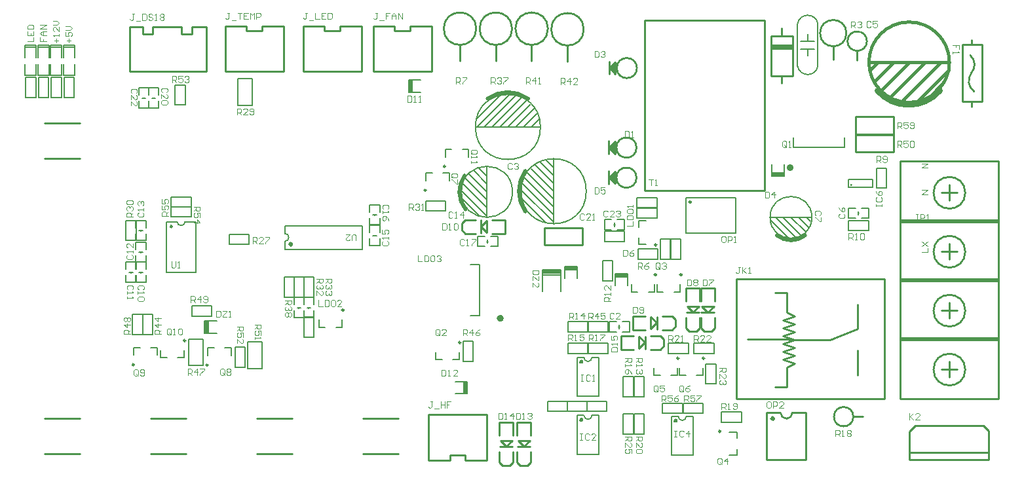
<source format=gto>
%FSLAX25Y25*%
%MOIN*%
G70*
G01*
G75*
%ADD10R,0.01772X0.03937*%
%ADD11R,0.05500X0.06200*%
%ADD12R,0.02606X0.03000*%
%ADD13R,0.03000X0.02606*%
G04:AMPARAMS|DCode=14|XSize=55mil|YSize=50mil|CornerRadius=0mil|HoleSize=0mil|Usage=FLASHONLY|Rotation=180.000|XOffset=0mil|YOffset=0mil|HoleType=Round|Shape=Octagon|*
%AMOCTAGOND14*
4,1,8,-0.02750,0.01250,-0.02750,-0.01250,-0.01500,-0.02500,0.01500,-0.02500,0.02750,-0.01250,0.02750,0.01250,0.01500,0.02500,-0.01500,0.02500,-0.02750,0.01250,0.0*
%
%ADD14OCTAGOND14*%

%ADD15R,0.05500X0.05000*%
G04:AMPARAMS|DCode=16|XSize=63.78mil|YSize=53.94mil|CornerRadius=0mil|HoleSize=0mil|Usage=FLASHONLY|Rotation=0.000|XOffset=0mil|YOffset=0mil|HoleType=Round|Shape=Octagon|*
%AMOCTAGOND16*
4,1,8,0.03189,-0.01348,0.03189,0.01348,0.01841,0.02697,-0.01841,0.02697,-0.03189,0.01348,-0.03189,-0.01348,-0.01841,-0.02697,0.01841,-0.02697,0.03189,-0.01348,0.0*
%
%ADD16OCTAGOND16*%

%ADD17R,0.06378X0.05394*%
%ADD18R,0.05000X0.05500*%
G04:AMPARAMS|DCode=19|XSize=55mil|YSize=50mil|CornerRadius=0mil|HoleSize=0mil|Usage=FLASHONLY|Rotation=270.000|XOffset=0mil|YOffset=0mil|HoleType=Round|Shape=Octagon|*
%AMOCTAGOND19*
4,1,8,-0.01250,-0.02750,0.01250,-0.02750,0.02500,-0.01500,0.02500,0.01500,0.01250,0.02750,-0.01250,0.02750,-0.02500,0.01500,-0.02500,-0.01500,-0.01250,-0.02750,0.0*
%
%ADD19OCTAGOND19*%

%ADD20R,0.05000X0.03500*%
%ADD21O,0.05906X0.01181*%
G04:AMPARAMS|DCode=22|XSize=50mil|YSize=35mil|CornerRadius=0mil|HoleSize=0mil|Usage=FLASHONLY|Rotation=90.000|XOffset=0mil|YOffset=0mil|HoleType=Round|Shape=Octagon|*
%AMOCTAGOND22*
4,1,8,0.00875,0.02500,-0.00875,0.02500,-0.01750,0.01625,-0.01750,-0.01625,-0.00875,-0.02500,0.00875,-0.02500,0.01750,-0.01625,0.01750,0.01625,0.00875,0.02500,0.0*
%
%ADD22OCTAGOND22*%

%ADD23R,0.03500X0.05000*%
%ADD24O,0.08268X0.02362*%
%ADD25R,0.08268X0.02362*%
%ADD26R,0.03937X0.01772*%
%ADD27R,0.08661X0.05512*%
%ADD28O,0.02362X0.08268*%
%ADD29R,0.05394X0.06378*%
G04:AMPARAMS|DCode=30|XSize=63.78mil|YSize=53.94mil|CornerRadius=0mil|HoleSize=0mil|Usage=FLASHONLY|Rotation=270.000|XOffset=0mil|YOffset=0mil|HoleType=Round|Shape=Octagon|*
%AMOCTAGOND30*
4,1,8,-0.01348,-0.03189,0.01348,-0.03189,0.02697,-0.01841,0.02697,0.01841,0.01348,0.03189,-0.01348,0.03189,-0.02697,0.01841,-0.02697,-0.01841,-0.01348,-0.03189,0.0*
%
%ADD30OCTAGOND30*%

%ADD31R,0.06000X0.11000*%
%ADD32R,0.23000X0.24500*%
%ADD33R,0.10000X0.07480*%
G04:AMPARAMS|DCode=34|XSize=100mil|YSize=74.8mil|CornerRadius=0mil|HoleSize=0mil|Usage=FLASHONLY|Rotation=180.000|XOffset=0mil|YOffset=0mil|HoleType=Round|Shape=Octagon|*
%AMOCTAGOND34*
4,1,8,-0.05000,0.01870,-0.05000,-0.01870,-0.03130,-0.03740,0.03130,-0.03740,0.05000,-0.01870,0.05000,0.01870,0.03130,0.03740,-0.03130,0.03740,-0.05000,0.01870,0.0*
%
%ADD34OCTAGOND34*%

%ADD35R,0.24500X0.23000*%
%ADD36R,0.11000X0.06000*%
%ADD37C,0.03000*%
%ADD38C,0.00600*%
%ADD39C,0.01500*%
%ADD40R,0.28400X0.26800*%
%ADD41R,0.07900X0.22700*%
%ADD42R,0.06900X0.11300*%
%ADD43R,0.24800X0.08400*%
%ADD44R,0.09200X0.98600*%
%ADD45R,0.23200X0.12400*%
%ADD46R,0.07000X0.06000*%
%ADD47R,0.15300X0.08500*%
%ADD48R,0.06500X0.36000*%
%ADD49R,0.56000X0.11500*%
%ADD50R,0.06000X0.16000*%
%ADD51R,0.09500X0.26900*%
%ADD52R,1.04500X0.12000*%
%ADD53R,0.06000X0.44500*%
%ADD54R,0.27000X0.07000*%
%ADD55R,0.13100X0.15500*%
%ADD56R,0.08000X0.38000*%
%ADD57R,0.19600X0.03800*%
%ADD58R,0.05500X0.15000*%
%ADD59R,0.10000X0.14000*%
%ADD60R,0.07000X0.16800*%
%ADD61R,0.22800X0.08500*%
%ADD62R,0.38200X0.07200*%
%ADD63R,0.07300X0.15800*%
%ADD64R,0.05900X0.05000*%
%ADD65R,0.11200X0.03900*%
%ADD66R,0.04200X0.42200*%
%ADD67R,0.14500X0.07500*%
%ADD68C,0.06200*%
%ADD69C,0.07087*%
%ADD70R,0.07087X0.07087*%
%ADD71C,0.09843*%
%ADD72R,0.09843X0.09843*%
%ADD73R,0.07087X0.07087*%
%ADD74C,0.20000*%
%ADD75C,0.06299*%
%ADD76R,0.06299X0.06299*%
G04:AMPARAMS|DCode=77|XSize=62.99mil|YSize=62.99mil|CornerRadius=0mil|HoleSize=0mil|Usage=FLASHONLY|Rotation=180.000|XOffset=0mil|YOffset=0mil|HoleType=Round|Shape=Octagon|*
%AMOCTAGOND77*
4,1,8,-0.03150,0.01575,-0.03150,-0.01575,-0.01575,-0.03150,0.01575,-0.03150,0.03150,-0.01575,0.03150,0.01575,0.01575,0.03150,-0.01575,0.03150,-0.03150,0.01575,0.0*
%
%ADD77OCTAGOND77*%

%ADD78R,0.06299X0.06299*%
%ADD79C,0.07874*%
%ADD80R,0.06693X0.06693*%
%ADD81C,0.06693*%
%ADD82C,0.11811*%
%ADD83R,0.06693X0.06693*%
%ADD84R,0.07874X0.07874*%
%ADD85C,0.07480*%
%ADD86R,0.07480X0.07480*%
%ADD87C,0.05118*%
%ADD88R,0.05118X0.05118*%
%ADD89C,0.09055*%
%ADD90R,0.05118X0.05118*%
G04:AMPARAMS|DCode=91|XSize=70.87mil|YSize=70.87mil|CornerRadius=0mil|HoleSize=0mil|Usage=FLASHONLY|Rotation=0.000|XOffset=0mil|YOffset=0mil|HoleType=Round|Shape=Octagon|*
%AMOCTAGOND91*
4,1,8,0.03543,-0.01772,0.03543,0.01772,0.01772,0.03543,-0.01772,0.03543,-0.03543,0.01772,-0.03543,-0.01772,-0.01772,-0.03543,0.01772,-0.03543,0.03543,-0.01772,0.0*
%
%ADD91OCTAGOND91*%

%ADD92C,0.03150*%
%ADD93C,0.02362*%
%ADD94C,0.01969*%
%ADD95C,0.06000*%
%ADD96R,0.03347X0.06299*%
%ADD97R,0.06900X0.08000*%
%ADD98R,0.07200X0.15300*%
%ADD99R,0.24800X0.03000*%
%ADD100R,0.10400X0.54200*%
%ADD101R,0.08700X0.08300*%
%ADD102R,0.09700X0.43800*%
%ADD103R,0.10000X0.12500*%
%ADD104R,0.04000X0.38900*%
%ADD105R,0.17100X0.04000*%
%ADD106R,0.04000X0.08200*%
%ADD107R,0.08000X0.32000*%
%ADD108R,0.04000X0.16900*%
%ADD109R,0.26300X0.04500*%
%ADD110R,0.08000X0.15000*%
%ADD111R,1.00500X0.08000*%
%ADD112R,0.59100X0.27000*%
%ADD113R,0.14100X0.20000*%
%ADD114C,0.00984*%
%ADD115C,0.01000*%
%ADD116C,0.00787*%
%ADD117C,0.01984*%
%ADD118C,0.00800*%
%ADD119C,0.01969*%
%ADD120C,0.02900*%
%ADD121C,0.00591*%
%ADD122C,0.00472*%
%ADD123R,0.06299X0.02165*%
%ADD124R,0.02165X0.06299*%
%ADD125R,0.11000X0.03000*%
%ADD126R,0.09449X0.02165*%
%ADD127R,0.09449X0.00847*%
D38*
X307500Y125100D02*
Y126900D01*
Y126000D02*
X307800D01*
X307200D02*
X307500D01*
X66500Y123000D02*
Y123300D01*
Y122700D02*
Y123000D01*
X65600D02*
X67400D01*
X66500Y101444D02*
Y101744D01*
Y102044D01*
X65600Y101744D02*
X67400D01*
X61500Y101444D02*
Y101744D01*
Y102044D01*
X60600Y101744D02*
X62400D01*
X66500Y112000D02*
Y112300D01*
Y111700D02*
Y112000D01*
X65600D02*
X67400D01*
X185500Y120200D02*
Y120500D01*
Y120800D01*
X184600Y120500D02*
X186400D01*
X185500Y131000D02*
Y131300D01*
Y130700D02*
Y131000D01*
X184600D02*
X186400D01*
X242700Y117500D02*
X243000D01*
X243300D01*
X243000Y116600D02*
Y118400D01*
X431700Y131000D02*
Y132800D01*
Y131900D02*
X432000D01*
X431400D02*
X431700D01*
X147000Y83756D02*
Y84056D01*
Y83456D02*
Y83756D01*
X146100D02*
X147900D01*
X152000D02*
Y84056D01*
Y83456D02*
Y83756D01*
X151100D02*
X152900D01*
X67100Y190500D02*
X68900D01*
X68000D02*
Y190800D01*
Y190200D02*
Y190500D01*
X72100D02*
X73900D01*
X73000D02*
Y190800D01*
Y190200D02*
Y190500D01*
X310000Y74000D02*
X310300D01*
X309700D02*
X310000D01*
Y73100D02*
Y74900D01*
D39*
X388500Y27220D02*
G03*
X388500Y27220I-500J0D01*
G01*
X477922Y208653D02*
G03*
X477922Y208653I-20472J0D01*
G01*
X445493Y208653D02*
X445521D01*
X437493Y208653D02*
X437521D01*
X437041D02*
X477470D01*
X441477D02*
X441500D01*
X445477D02*
X445493Y208653D01*
X449477D02*
X449500Y208653D01*
X461477D02*
X461500D01*
X473477D02*
X473500D01*
X477477Y208653D02*
X477922Y208653D01*
X467500Y190677D02*
X475000Y198177D01*
X443500Y194677D02*
X457500Y208677D01*
X449477Y208653D02*
X449477D01*
X439500Y198677D02*
X449477Y208653D01*
X437500Y204677D02*
X441477Y208653D01*
X465477D02*
X465500D01*
X447500Y190677D02*
X465477Y208653D01*
X453500Y188677D02*
X473477Y208653D01*
X461500Y188677D02*
X477500Y204677D01*
D114*
X63093Y54735D02*
G03*
X63093Y54735I-492J0D01*
G01*
X100693Y54535D02*
G03*
X100693Y54535I-492J0D01*
G01*
X169791Y82465D02*
G03*
X169791Y82465I-492J0D01*
G01*
X211693Y143535D02*
G03*
X211693Y143535I-492J0D01*
G01*
X340291Y57965D02*
G03*
X340291Y57965I-492J0D01*
G01*
X353291D02*
G03*
X353291Y57965I-492J0D01*
G01*
X361528Y20799D02*
G03*
X361528Y20799I-492J0D01*
G01*
X341791Y100465D02*
G03*
X341791Y100465I-492J0D01*
G01*
X328791D02*
G03*
X328791Y100465I-492J0D01*
G01*
X346492Y137500D02*
G03*
X346492Y137500I-492J0D01*
G01*
X328957Y115701D02*
G03*
X328957Y115701I-492J0D01*
G01*
X89291Y66965D02*
G03*
X89291Y66965I-492J0D01*
G01*
X229291Y65965D02*
G03*
X229291Y65965I-492J0D01*
G01*
X221493Y155635D02*
G03*
X221493Y155635I-492J0D01*
G01*
D115*
X425493Y223474D02*
G03*
X425493Y223474I-6693J0D01*
G01*
X485962Y142200D02*
G03*
X485962Y142200I-8062J0D01*
G01*
Y112200D02*
G03*
X485962Y112200I-8062J0D01*
G01*
Y52200D02*
G03*
X485962Y52200I-8062J0D01*
G01*
Y82200D02*
G03*
X485962Y82200I-8062J0D01*
G01*
X428000Y146200D02*
G03*
X428000Y146200I-100J0D01*
G01*
X82510Y125000D02*
G03*
X82510Y125000I-510J0D01*
G01*
X489057Y203154D02*
G03*
X490557Y193655I5500J-4000D01*
G01*
X489057Y203154D02*
G03*
X488557Y212155I-4750J4250D01*
G01*
X392000Y30220D02*
G03*
X395000Y27220I3000J0D01*
G01*
D02*
G03*
X398000Y30220I0J3000D01*
G01*
X429016Y28220D02*
G03*
X429016Y28220I-4921J0D01*
G01*
X435921Y219406D02*
G03*
X435921Y219406I-4921J0D01*
G01*
X255401Y225743D02*
G03*
X255401Y225743I-8268J0D01*
G01*
X237168D02*
G03*
X237168Y225743I-8268J0D01*
G01*
X273634D02*
G03*
X273634Y225743I-8268J0D01*
G01*
X291868Y225443D02*
G03*
X291868Y225443I-8268J0D01*
G01*
X318708Y165200D02*
G03*
X318708Y165200I-5118J0D01*
G01*
X318908Y205700D02*
G03*
X318908Y205700I-5118J0D01*
G01*
X318708Y149900D02*
G03*
X318708Y149900I-5118J0D01*
G01*
X418800Y210088D02*
Y216781D01*
X477900Y138200D02*
Y146200D01*
X473900Y142200D02*
X481900D01*
X452900Y97200D02*
X502900D01*
Y158200D01*
X452900D02*
X502900D01*
X452900Y97200D02*
Y158200D01*
Y127200D02*
X502900D01*
Y128200D02*
Y129200D01*
X452900Y128200D02*
X502900D01*
X477900Y108200D02*
Y116200D01*
X473900Y112200D02*
X481900D01*
X473900Y52200D02*
X481900D01*
X477900Y48200D02*
Y56200D01*
X452900Y68200D02*
X502900D01*
Y69200D01*
X452900Y67200D02*
X502900D01*
X452900Y37200D02*
Y98200D01*
X502900D01*
Y37200D02*
Y98200D01*
X452900Y37200D02*
X502900D01*
X473900Y82200D02*
X481900D01*
X477900Y78200D02*
Y86200D01*
X271756Y124400D02*
X291244D01*
X271756Y115600D02*
X291244D01*
X271756D02*
Y124400D01*
X291244Y115600D02*
Y124400D01*
X229800Y123200D02*
Y126800D01*
Y123200D02*
X231500Y121500D01*
X236750D01*
X231500Y128500D02*
X236750D01*
X229800Y126800D02*
X231500Y128500D01*
X239440Y121830D02*
Y128310D01*
X251750Y121500D02*
Y128500D01*
X245250D02*
X251750D01*
X245250Y121500D02*
X251750D01*
X239440Y125150D02*
X242640Y121950D01*
Y128120D01*
X239600Y125080D02*
X242640Y128120D01*
X430064Y162985D02*
X449552D01*
X430064Y171785D02*
X449552D01*
Y162985D02*
Y171785D01*
X430064Y162985D02*
Y171785D01*
Y172043D02*
X449552D01*
X430064Y180843D02*
X449552D01*
Y172043D02*
Y180843D01*
X430064Y172043D02*
Y180843D01*
X249380Y16140D02*
X252420Y13100D01*
X249380Y16140D02*
X255550D01*
X252350Y12940D02*
X255550Y16140D01*
X256000Y18750D02*
Y25250D01*
X249000Y18750D02*
Y25250D01*
X256000D01*
X249190Y12940D02*
X255670D01*
X249000Y5000D02*
X250700Y3300D01*
X249000Y5000D02*
Y10250D01*
X256000Y5000D02*
Y10250D01*
X254300Y3300D02*
X256000Y5000D01*
X250700Y3300D02*
X254300D01*
X258380Y16140D02*
X261420Y13100D01*
X258380Y16140D02*
X264550D01*
X261350Y12940D02*
X264550Y16140D01*
X265000Y18750D02*
Y25250D01*
X258000Y18750D02*
Y25250D01*
X265000D01*
X258190Y12940D02*
X264670D01*
X258000Y5000D02*
X259700Y3300D01*
X258000Y5000D02*
Y10250D01*
X265000Y5000D02*
Y10250D01*
X263300Y3300D02*
X265000Y5000D01*
X259700Y3300D02*
X263300D01*
X484439Y188651D02*
Y217654D01*
X494675D01*
Y188651D02*
Y217654D01*
X484557Y188651D02*
X494557D01*
X489057Y186151D02*
Y188654D01*
Y217654D02*
Y220151D01*
X351880Y84420D02*
X354920Y81379D01*
X351880Y84420D02*
X358050D01*
X354850Y81220D02*
X358050Y84420D01*
X358500Y87029D02*
Y93529D01*
X351500Y87029D02*
Y93529D01*
X358500D01*
X351690Y81220D02*
X358170D01*
X351500Y73280D02*
X353200Y71579D01*
X351500Y73280D02*
Y78530D01*
X358500Y73280D02*
Y78530D01*
X356800Y71579D02*
X358500Y73280D01*
X353200Y71579D02*
X356800D01*
X344380Y84420D02*
X347420Y81379D01*
X344380Y84420D02*
X350550D01*
X347350Y81220D02*
X350550Y84420D01*
X351000Y87029D02*
Y93529D01*
X344000Y87029D02*
Y93529D01*
X351000D01*
X344190Y81220D02*
X350670D01*
X344000Y73280D02*
X345700Y71579D01*
X344000Y73280D02*
Y78530D01*
X351000Y73280D02*
Y78530D01*
X349300Y71579D02*
X351000Y73280D01*
X345700Y71579D02*
X349300D01*
X338700Y74200D02*
Y77800D01*
X337000Y79500D02*
X338700Y77800D01*
X331750Y79500D02*
X337000D01*
X331750Y72500D02*
X337000D01*
X338700Y74200D01*
X329060Y72690D02*
Y79170D01*
X316750Y72500D02*
Y79500D01*
Y72500D02*
X323250D01*
X316750Y79500D02*
X323250D01*
X325860Y79050D02*
X329060Y75850D01*
X325860Y72880D02*
Y79050D01*
Y72880D02*
X328900Y75920D01*
X385000Y30220D02*
X392000D01*
X398000D02*
X405000D01*
Y6221D02*
Y30220D01*
X385000Y6221D02*
X405000D01*
X385000D02*
Y30220D01*
X417057Y67308D02*
X431166Y73040D01*
X444868Y37174D02*
Y98198D01*
X369672Y37174D02*
X444868D01*
X369672Y98198D02*
X444868D01*
X369672Y37174D02*
Y98198D01*
X389057Y91308D02*
X395057D01*
Y81308D02*
Y91308D01*
Y81308D02*
X399057Y79308D01*
X393057Y77308D02*
X399057Y79308D01*
X393057Y77308D02*
X399057Y75308D01*
X393057Y73308D02*
X399057Y75308D01*
X393057Y73308D02*
X399057Y71308D01*
X393057Y69308D02*
X399057Y71308D01*
X393057Y69308D02*
X399057Y67308D01*
X393057Y65308D02*
X399057Y67308D01*
X393057Y65308D02*
X399057Y63308D01*
X393057Y61308D02*
X399057Y63308D01*
X393057Y61308D02*
X399057Y59308D01*
X393057Y57308D02*
X399057Y59308D01*
X393057Y57308D02*
X399057Y55308D01*
X395057Y43308D02*
Y49308D01*
X389057Y43308D02*
X395057D01*
Y53308D02*
X399057Y55308D01*
X395057Y49308D02*
Y53308D01*
X375183Y67686D02*
X417057Y67308D01*
X431057Y49308D02*
Y57308D01*
Y73308D02*
Y85308D01*
Y55308D02*
Y62058D01*
X109567Y204008D02*
Y227138D01*
X139267Y204008D02*
Y227138D01*
X109567Y204008D02*
X139267D01*
X128307Y224608D02*
Y227138D01*
X109567D02*
X120357D01*
Y224608D02*
Y227138D01*
X128307D02*
X136187D01*
X139267D01*
X120357Y224608D02*
X128307D01*
X72700Y223126D02*
Y226621D01*
X87300Y223126D02*
Y226621D01*
X72700D02*
X87300D01*
X92600D02*
X99900D01*
X61000D02*
X67700D01*
X61000Y203921D02*
X99900D01*
X61000D02*
Y226621D01*
X99900Y203921D02*
Y226621D01*
X67700Y223126D02*
Y226621D01*
Y223126D02*
X72700D01*
X92600D02*
Y226621D01*
X87300Y223126D02*
X92600D01*
X184810Y204000D02*
Y227130D01*
X214510Y204000D02*
Y227130D01*
X184810Y204000D02*
X214510D01*
X203550Y224600D02*
Y227130D01*
X184810D02*
X195600D01*
Y224600D02*
Y227130D01*
X203550D02*
X211430D01*
X214510D01*
X195600Y224600D02*
X203550D01*
X498000Y6400D02*
Y21000D01*
X457500Y6400D02*
X498000D01*
X495200Y23800D02*
X498000Y21000D01*
X460600Y23800D02*
X495200D01*
X457500Y20700D02*
X460600Y23800D01*
X457500Y6400D02*
Y20700D01*
X457800Y10000D02*
X497400D01*
X429016Y28220D02*
X433937D01*
X149067Y204008D02*
Y227138D01*
X178767Y204008D02*
Y227138D01*
X149067Y204008D02*
X178767D01*
X167807Y224608D02*
Y227138D01*
X149067D02*
X159857D01*
Y224608D02*
Y227138D01*
X167807D02*
X175687D01*
X178767D01*
X159857Y224608D02*
X167807D01*
X17557Y9308D02*
X35557D01*
X17557Y27308D02*
X35557Y27308D01*
X71557Y9308D02*
X89557D01*
X71557Y27308D02*
X89557Y27308D01*
X125557Y9308D02*
X143557D01*
X125557Y27308D02*
X143557Y27308D01*
X179557Y9308D02*
X197557D01*
X179557Y27308D02*
X197557Y27308D01*
X17557Y177808D02*
X35557D01*
X17557Y159808D02*
X35557Y159808D01*
X384000Y143500D02*
X384024Y143524D01*
Y230114D01*
X323000Y143500D02*
X384000D01*
X323000D02*
Y230114D01*
X384024D01*
X242490Y6170D02*
Y29300D01*
X212790Y6170D02*
Y29300D01*
X242490D01*
X223750Y6170D02*
Y8700D01*
X231700Y6170D02*
X242490D01*
X231700D02*
Y8700D01*
X215870Y6170D02*
X223750D01*
X212790D02*
X215870D01*
X223750Y8700D02*
X231700D01*
X332700Y64200D02*
Y67800D01*
X331000Y69500D02*
X332700Y67800D01*
X325750Y69500D02*
X331000D01*
X325750Y62500D02*
X331000D01*
X332700Y64200D01*
X323060Y62690D02*
Y69170D01*
X310750Y62500D02*
Y69500D01*
Y62500D02*
X317250D01*
X310750Y69500D02*
X317250D01*
X319860Y69050D02*
X323060Y65850D01*
X319860Y62880D02*
Y69050D01*
Y62880D02*
X322900Y65920D01*
X431000Y209563D02*
Y214484D01*
X392700Y222136D02*
Y225900D01*
X387200Y201664D02*
X398200D01*
Y222136D01*
X387200D02*
X398200D01*
X387200Y201664D02*
Y222136D01*
X392700Y197900D02*
Y201664D01*
X247133Y209207D02*
Y217475D01*
X228900Y209207D02*
Y217475D01*
X265367Y209207D02*
Y217475D01*
X283600Y208907D02*
Y217175D01*
X304690Y165280D02*
X307730Y168320D01*
Y162150D02*
Y168320D01*
X304530Y165350D02*
X307730Y162150D01*
X304530Y162030D02*
Y168510D01*
X306990Y166900D02*
X307090Y163000D01*
X305090Y165200D02*
X306990Y166900D01*
X305090Y165200D02*
X306090Y164200D01*
Y165200D01*
Y166200D01*
X304890Y205780D02*
X307930Y208820D01*
Y202650D02*
Y208820D01*
X304730Y205850D02*
X307930Y202650D01*
X304730Y202530D02*
Y209010D01*
X307190Y207400D02*
X307290Y203500D01*
X305290Y205700D02*
X307190Y207400D01*
X305290Y205700D02*
X306290Y204700D01*
Y205700D01*
Y206700D01*
X304690Y149980D02*
X307730Y153020D01*
Y146850D02*
Y153020D01*
X304530Y150050D02*
X307730Y146850D01*
X304530Y146730D02*
Y153210D01*
X306990Y151600D02*
X307090Y147700D01*
X305090Y149900D02*
X306990Y151600D01*
X305090Y149900D02*
X306090Y148900D01*
Y149900D01*
Y150900D01*
D116*
X269835Y175700D02*
G03*
X269835Y175700I-16535J0D01*
G01*
X293135Y143000D02*
G03*
X293135Y143000I-16535J0D01*
G01*
X85000Y127500D02*
G03*
X89000Y127492I2000J-8D01*
G01*
X407930Y129700D02*
G03*
X407930Y129700I-10630J0D01*
G01*
X255592Y142700D02*
G03*
X255592Y142700I-12992J0D01*
G01*
X62994Y59554D02*
Y63491D01*
X66144D01*
X74805Y59554D02*
Y63491D01*
X71656D02*
X74805D01*
X236800Y175700D02*
X237552D01*
X237300Y179700D02*
X249800Y192200D01*
X237552Y175700D02*
X253800Y191948D01*
X241300Y175700D02*
X257300Y191700D01*
X245300Y175700D02*
X260300Y190700D01*
X249300Y175700D02*
X262800Y189200D01*
X253300Y175700D02*
X264800Y187200D01*
X257300Y175700D02*
X266800Y185200D01*
X261300Y175700D02*
X268300Y182700D01*
X265300Y175700D02*
X269300Y179700D01*
X237552Y175700D02*
X269800D01*
X253800Y191948D02*
Y192200D01*
X260100Y143500D02*
X260352D01*
X276600Y127252D02*
Y159500D01*
X272600Y159000D02*
X276600Y155000D01*
X269600Y158000D02*
X276600Y151000D01*
X267100Y156500D02*
X276600Y147000D01*
X265100Y154500D02*
X276600Y143000D01*
X263100Y152500D02*
X276600Y139000D01*
X261600Y150000D02*
X276600Y135000D01*
X260600Y147000D02*
X276600Y131000D01*
X260352Y143500D02*
X276600Y127252D01*
X260100Y139500D02*
X272600Y127000D01*
X276600Y126500D02*
Y127252D01*
X387450Y150741D02*
X393750D01*
X387450D02*
Y156800D01*
X393750Y150741D02*
Y156800D01*
X426598Y144931D02*
Y148900D01*
X438802Y144931D02*
Y148900D01*
X426598Y144931D02*
X438802D01*
X426598Y148900D02*
X438802D01*
X100594Y59354D02*
Y63291D01*
X103744D01*
X112406Y59354D02*
Y63291D01*
X109256D02*
X112406D01*
X79500Y101508D02*
X94500D01*
Y127492D01*
X79500Y101508D02*
Y127490D01*
X85000Y127500D01*
X89000Y127492D02*
X94500D01*
X168905Y73709D02*
Y77646D01*
X165756Y73709D02*
X168905D01*
X157095D02*
Y77646D01*
Y73709D02*
X160244D01*
X211595Y148354D02*
Y152291D01*
X214744D01*
X223406Y148354D02*
Y152291D01*
X220256D02*
X223406D01*
X288500Y38658D02*
X299500D01*
Y58342D01*
X288500Y38658D02*
Y58342D01*
Y9157D02*
X299500D01*
Y28842D01*
X288500Y9157D02*
Y28842D01*
X339405Y49209D02*
Y53146D01*
X336256Y49209D02*
X339405D01*
X327594D02*
Y53146D01*
Y49209D02*
X330744D01*
X352406D02*
Y53146D01*
X349256Y49209D02*
X352406D01*
X340595D02*
Y53146D01*
Y49209D02*
X343744D01*
X365854Y20405D02*
X369791D01*
Y17256D02*
Y20405D01*
X365854Y8595D02*
X369791D01*
Y11744D01*
X307850Y95000D02*
Y101059D01*
X314150Y95000D02*
Y101059D01*
X307850D02*
X314150D01*
X340905Y91709D02*
Y95646D01*
X337756Y91709D02*
X340905D01*
X329095D02*
Y95646D01*
Y91709D02*
X332244D01*
X327906D02*
Y95646D01*
X324756Y91709D02*
X327906D01*
X316094D02*
Y95646D01*
Y91709D02*
X319244D01*
X319709Y124756D02*
Y127905D01*
X323646D01*
X319709Y116095D02*
Y119244D01*
Y116095D02*
X323646D01*
X401300Y129700D02*
X406300Y124700D01*
X397300Y129700D02*
X404800Y122200D01*
X393300Y129700D02*
X402300Y120700D01*
X389426Y129700D02*
X407800D01*
X389426D02*
X399863Y119263D01*
X386800Y129700D02*
X389426D01*
X386800Y128200D02*
X395800Y119200D01*
X405300Y129700D02*
X407300Y127700D01*
X88406Y58209D02*
Y62146D01*
X85256Y58209D02*
X88406D01*
X76595D02*
Y62146D01*
Y58209D02*
X79744D01*
X336500Y8658D02*
X347500D01*
Y28343D01*
X336500Y8658D02*
Y28343D01*
X230300Y139000D02*
X238800Y130500D01*
X230500Y146800D02*
X242600Y134700D01*
X231800Y149500D02*
X242600Y138700D01*
X233600Y151700D02*
X242600Y142700D01*
X235750Y153550D02*
X242600Y146700D01*
X238550Y154750D02*
X242600Y150700D01*
Y129900D02*
Y155700D01*
X231600Y149500D02*
X231800D01*
X229300Y143598D02*
Y143900D01*
X229900Y139000D02*
X230300D01*
X229300Y143598D02*
X242198Y130700D01*
X242600D01*
X179185Y113500D02*
Y125500D01*
X139815D02*
X179185D01*
X139815Y113500D02*
X179185D01*
X98998Y70658D02*
X105057D01*
X98998Y76958D02*
X105057D01*
X98998Y70658D02*
Y76958D01*
X424400Y165500D02*
Y170256D01*
X398400Y165500D02*
X424400D01*
X398400D02*
Y170256D01*
X228405Y57209D02*
Y61146D01*
X225256Y57209D02*
X228405D01*
X216595D02*
Y61146D01*
Y57209D02*
X219744D01*
X226500Y46150D02*
X232559D01*
X226500Y39850D02*
X232559D01*
Y46150D01*
X270776Y91988D02*
Y103012D01*
X280224Y91988D02*
Y103012D01*
X270776D02*
X280224D01*
X202941Y193350D02*
X209000D01*
X202941Y199650D02*
X209000D01*
X202941Y193350D02*
Y199650D01*
X234144Y79800D02*
X238900D01*
Y105800D01*
X234144D02*
X238900D01*
X230056Y164391D02*
X233206D01*
Y160454D02*
Y164391D01*
X221394D02*
X224544D01*
X221394Y160454D02*
Y164391D01*
X282350Y104759D02*
X288650D01*
Y98700D02*
Y104759D01*
X282350Y98700D02*
Y104759D01*
D117*
X263600Y190119D02*
G03*
X243000Y190119I-10300J-14419D01*
G01*
X262181Y153300D02*
G03*
X262181Y132700I14419J-10300D01*
G01*
X231249Y150955D02*
G03*
X231737Y133812I11351J-8255D01*
G01*
D118*
X292000Y58342D02*
G03*
X294000Y56343I2000J0D01*
G01*
X294000Y56343D02*
G03*
X296000Y58342I0J2000D01*
G01*
X292000Y28842D02*
G03*
X294000Y26842I2000J0D01*
G01*
X294000Y26842D02*
G03*
X296000Y28842I0J2000D01*
G01*
X340000Y28343D02*
G03*
X342000Y26342I2000J0D01*
G01*
X342000Y26342D02*
G03*
X344000Y28343I0J2000D01*
G01*
X141815Y119500D02*
G03*
X139815Y121500I-2000J0D01*
G01*
X139815Y117500D02*
G03*
X141815Y119500I0J2000D01*
G01*
X410968Y228233D02*
G03*
X400632Y228232I-5168J-890D01*
G01*
X400632Y206768D02*
G03*
X410968Y206768I5168J890D01*
G01*
X302382Y123441D02*
Y128559D01*
X312618Y123441D02*
Y128559D01*
X309000Y123441D02*
X312618D01*
X309000Y128559D02*
X312618D01*
X302382Y123441D02*
X306000D01*
X302382Y128559D02*
X306000D01*
X302382Y117441D02*
Y122559D01*
X312618D01*
Y117441D02*
Y122559D01*
X302382Y117441D02*
X312618D01*
X329118Y129441D02*
Y134559D01*
X318882Y129441D02*
X329118D01*
X318882D02*
Y134559D01*
X329118D01*
X83941Y186882D02*
Y197118D01*
Y186882D02*
X89059D01*
Y197118D01*
X83941D02*
X89059D01*
X342118Y29941D02*
Y35059D01*
X331882Y29941D02*
X342118D01*
X331882D02*
Y35059D01*
X342118D01*
X69059Y124500D02*
Y128118D01*
X63941Y124500D02*
Y128118D01*
X69059Y117882D02*
Y121500D01*
X63941Y117882D02*
Y121500D01*
Y117882D02*
X69059D01*
X63941Y128118D02*
X69059D01*
X64059Y117882D02*
Y128118D01*
X58941D02*
X64059D01*
X58941Y117882D02*
Y128118D01*
Y117882D02*
X64059D01*
X139441Y89102D02*
Y99339D01*
Y89102D02*
X144559D01*
Y99339D01*
X139441D02*
X144559D01*
X426582Y122841D02*
Y127959D01*
X436818D01*
Y122841D02*
Y127959D01*
X426582Y122841D02*
X436818D01*
X90900Y54307D02*
Y67693D01*
Y54307D02*
X98100D01*
Y67693D01*
X90900D02*
X98100D01*
X92118Y134941D02*
Y140059D01*
X81882Y134941D02*
X92118D01*
X81882D02*
Y140059D01*
X92118D01*
X81882Y129941D02*
Y135059D01*
X92118D01*
Y129941D02*
Y135059D01*
X81882Y129941D02*
X92118D01*
X114441Y53382D02*
Y63618D01*
Y53382D02*
X119559D01*
Y63618D01*
X114441D02*
X119559D01*
X27441Y190602D02*
Y200839D01*
Y190602D02*
X32559D01*
Y200839D01*
X27441D02*
X32559D01*
X149441Y78874D02*
X154559D01*
Y68638D02*
Y78874D01*
X149441Y68638D02*
X154559D01*
X149441D02*
Y78874D01*
X211382Y132941D02*
X221618D01*
Y138059D01*
X211382D02*
X221618D01*
X211382Y132941D02*
Y138059D01*
X7674Y202221D02*
Y207521D01*
Y202121D02*
Y202221D01*
Y202121D02*
X13074D01*
X13274D01*
Y207521D01*
X7674Y210921D02*
Y216321D01*
X7874D02*
X13274D01*
Y210921D02*
Y216221D01*
X7674Y216321D02*
Y217321D01*
X13274D01*
Y216321D02*
Y217321D01*
X14174Y202221D02*
Y207521D01*
Y202121D02*
Y202221D01*
Y202121D02*
X19574D01*
X19774D01*
Y207521D01*
X14174Y210921D02*
Y216321D01*
X14374D02*
X19774D01*
Y210921D02*
Y216221D01*
X14174Y216321D02*
Y217321D01*
X19774D01*
Y216321D02*
Y217321D01*
X32774Y216321D02*
Y217321D01*
X27174D02*
X32774D01*
X27174Y216321D02*
Y217321D01*
X32774Y210921D02*
Y216221D01*
X27374Y216321D02*
X32774D01*
X27174Y210921D02*
Y216321D01*
X32774Y202121D02*
Y207521D01*
X32574Y202121D02*
X32774D01*
X27174D02*
X32574D01*
X27174D02*
Y202221D01*
Y207521D01*
X7941Y200839D02*
X13059D01*
Y190602D02*
Y200839D01*
X7941Y190602D02*
X13059D01*
X7941D02*
Y200839D01*
X14441D02*
X19559D01*
Y190602D02*
Y200839D01*
X14441Y190602D02*
X19559D01*
X14441D02*
Y200839D01*
X288500Y58342D02*
X292000D01*
X296000D02*
X299500D01*
X288500Y28842D02*
X292000D01*
X296000D02*
X299500D01*
X273382Y36059D02*
X283618D01*
X273382Y30941D02*
Y36059D01*
Y30941D02*
X283618D01*
Y36059D01*
X293382D02*
X303618D01*
X293382Y30941D02*
Y36059D01*
Y30941D02*
X303618D01*
Y36059D01*
X317441Y19382D02*
Y29618D01*
Y19382D02*
X322559D01*
Y29618D01*
X317441D02*
X322559D01*
X317059Y19382D02*
Y29618D01*
X311941D02*
X317059D01*
X311941Y19382D02*
Y29618D01*
Y19382D02*
X317059D01*
X322559Y38382D02*
Y48618D01*
X317441D02*
X322559D01*
X317441Y38382D02*
Y48618D01*
Y38382D02*
X322559D01*
X311941D02*
Y48618D01*
Y38382D02*
X317059D01*
Y48618D01*
X311941D02*
X317059D01*
X283882Y65559D02*
X294118D01*
X283882Y60441D02*
Y65559D01*
Y60441D02*
X294118D01*
Y65559D01*
X293882D02*
X304118D01*
X293882Y60441D02*
Y65559D01*
Y60441D02*
X304118D01*
Y65559D01*
X334882Y60441D02*
X345118D01*
Y65559D01*
X334882D02*
X345118D01*
X334882Y60441D02*
Y65559D01*
X347882Y60441D02*
X358118D01*
Y65559D01*
X347882D02*
X358118D01*
X347882Y60441D02*
Y65559D01*
X359059Y44882D02*
Y55118D01*
X353941D02*
X359059D01*
X353941Y44882D02*
Y55118D01*
Y44882D02*
X359059D01*
X361882Y25441D02*
X372118D01*
Y30559D01*
X361882D02*
X372118D01*
X361882Y25441D02*
Y30559D01*
X283882Y76559D02*
X294118D01*
X283882Y71441D02*
Y76559D01*
Y71441D02*
X294118D01*
Y76559D01*
X306559Y97382D02*
Y107618D01*
X301441D02*
X306559D01*
X301441Y97382D02*
Y107618D01*
Y97382D02*
X306559D01*
X20941Y190602D02*
Y200839D01*
Y190602D02*
X26059D01*
Y200839D01*
X20941D02*
X26059D01*
X318882Y139559D02*
X329118D01*
X318882Y134441D02*
Y139559D01*
Y134441D02*
X329118D01*
Y139559D01*
X319382Y113559D02*
X329618D01*
X319382Y108441D02*
Y113559D01*
Y108441D02*
X329618D01*
Y113559D01*
X341059Y108382D02*
Y118618D01*
X335941D02*
X341059D01*
X335941Y108382D02*
Y118618D01*
Y108382D02*
X341059D01*
X330941D02*
Y118618D01*
Y108382D02*
X336059D01*
Y118618D01*
X330941D02*
X336059D01*
X26274Y216321D02*
Y217321D01*
X20674D02*
X26274D01*
X20674Y216321D02*
Y217321D01*
X26274Y210921D02*
Y216221D01*
X20874Y216321D02*
X26274D01*
X20674Y210921D02*
Y216321D01*
X26274Y202121D02*
Y207521D01*
X26074Y202121D02*
X26274D01*
X20674D02*
X26074D01*
X20674D02*
Y202221D01*
Y207521D01*
X92382Y79441D02*
X102618D01*
Y84559D01*
X92382D02*
X102618D01*
X92382Y79441D02*
Y84559D01*
X120900Y66193D02*
X128100D01*
Y52807D02*
Y66193D01*
X120900Y52807D02*
X128100D01*
X120900D02*
Y66193D01*
X63941Y96626D02*
Y100244D01*
X69059Y96626D02*
Y100244D01*
X63941Y103244D02*
Y106862D01*
X69059Y103244D02*
Y106862D01*
X63941D02*
X69059D01*
X63941Y96626D02*
X69059D01*
X58941D02*
Y100244D01*
X64059Y96626D02*
Y100244D01*
X58941Y103244D02*
Y106862D01*
X64059Y103244D02*
Y106862D01*
X58941D02*
X64059D01*
X58941Y96626D02*
X64059D01*
X69059Y113500D02*
Y117118D01*
X63941Y113500D02*
Y117118D01*
X69059Y106882D02*
Y110500D01*
X63941Y106882D02*
Y110500D01*
Y106882D02*
X69059D01*
X63941Y117118D02*
X69059D01*
X182941Y115382D02*
Y119000D01*
X188059Y115382D02*
Y119000D01*
X182941Y122000D02*
Y125618D01*
X188059Y122000D02*
Y125618D01*
X182941D02*
X188059D01*
X182941Y115382D02*
X188059D01*
Y132500D02*
Y136118D01*
X182941Y132500D02*
Y136118D01*
X188059Y125882D02*
Y129500D01*
X182941Y125882D02*
Y129500D01*
Y125882D02*
X188059D01*
X182941Y136118D02*
X188059D01*
X149441Y89102D02*
Y99339D01*
Y89102D02*
X154559D01*
Y99339D01*
X149441D02*
X154559D01*
X144441Y89102D02*
Y99339D01*
Y89102D02*
X149559D01*
Y99339D01*
X144441D02*
X149559D01*
X336500Y28343D02*
X340000D01*
X344000D02*
X347500D01*
X342382Y35059D02*
X352618D01*
X342382Y29941D02*
Y35059D01*
Y29941D02*
X352618D01*
Y35059D01*
X237882Y120059D02*
X241500D01*
X237882Y114941D02*
X241500D01*
X244500Y120059D02*
X248118D01*
X244500Y114941D02*
X248118D01*
Y120059D01*
X237882Y114941D02*
Y120059D01*
X426582Y129341D02*
Y134459D01*
X436818Y129341D02*
Y134459D01*
X433200Y129341D02*
X436818D01*
X433200Y134459D02*
X436818D01*
X426582Y129341D02*
X430200D01*
X426582Y134459D02*
X430200D01*
X149559Y85256D02*
Y88874D01*
X144441Y85256D02*
Y88874D01*
X149559Y78638D02*
Y82256D01*
X144441Y78638D02*
Y82256D01*
Y78638D02*
X149559D01*
X144441Y88874D02*
X149559D01*
X154559Y85256D02*
Y88874D01*
X149441Y85256D02*
Y88874D01*
X154559Y78638D02*
Y82256D01*
X149441Y78638D02*
Y82256D01*
Y78638D02*
X154559D01*
X149441Y88874D02*
X154559D01*
X139815Y121500D02*
Y125500D01*
Y113500D02*
Y117500D01*
X115900Y186807D02*
X123100D01*
X115900D02*
Y200193D01*
X123100D01*
Y186807D02*
Y200193D01*
X111382Y115941D02*
X121618D01*
Y121059D01*
X111382D02*
X121618D01*
X111382Y115941D02*
Y121059D01*
X65441Y185382D02*
X70559D01*
X65441Y195618D02*
X70559D01*
Y192000D02*
Y195618D01*
X65441Y192000D02*
Y195618D01*
X70559Y185382D02*
Y189000D01*
X65441Y185382D02*
Y189000D01*
X70441Y185382D02*
X75559D01*
X70441Y195618D02*
X75559D01*
Y192000D02*
Y195618D01*
X70441Y192000D02*
Y195618D01*
X75559Y185382D02*
Y189000D01*
X70441Y185382D02*
Y189000D01*
X293618Y30941D02*
Y36059D01*
X283382Y30941D02*
X293618D01*
X283382D02*
Y36059D01*
X293618D01*
X440741Y144582D02*
Y154818D01*
Y144582D02*
X445859D01*
Y154818D01*
X440741D02*
X445859D01*
X230441Y56382D02*
Y66618D01*
Y56382D02*
X235559D01*
Y66618D01*
X230441D02*
X235559D01*
X293882Y71441D02*
X304118D01*
Y76559D01*
X293882D02*
X304118D01*
X293882Y71441D02*
Y76559D01*
X311500Y71441D02*
X315118D01*
X311500Y76559D02*
X315118D01*
X304882Y71441D02*
X308500D01*
X304882Y76559D02*
X308500D01*
X304882Y71441D02*
Y76559D01*
X315118Y71441D02*
Y76559D01*
X402300Y215500D02*
X409300D01*
X402300Y219500D02*
X409300D01*
X405800D02*
Y223000D01*
Y212000D02*
Y215500D01*
X410968Y206768D02*
Y228233D01*
X410968Y228233D02*
X410968Y228233D01*
X400632Y206768D02*
Y228232D01*
Y206768D02*
X400632Y206768D01*
X72559Y70082D02*
Y80318D01*
X67441D02*
X72559D01*
X67441Y70082D02*
Y80318D01*
Y70082D02*
X72559D01*
X62341D02*
Y80318D01*
Y70082D02*
X67459D01*
Y80318D01*
X62341D02*
X67459D01*
D119*
X290700Y56200D02*
G03*
X290700Y56200I-200J0D01*
G01*
Y26700D02*
G03*
X290700Y26700I-200J0D01*
G01*
X390140Y120495D02*
G03*
X404460Y120495I7160J9205D01*
G01*
X338700Y26200D02*
G03*
X338700Y26200I-200J0D01*
G01*
X143100Y116000D02*
G03*
X143100Y116000I-300J0D01*
G01*
X397687Y155000D02*
G03*
X397687Y155000I-787J0D01*
G01*
X250187Y78300D02*
G03*
X250187Y78300I-787J0D01*
G01*
D120*
X441338Y194177D02*
G03*
X473000Y194177I15831J13896D01*
G01*
D121*
X369310Y121784D02*
Y139816D01*
X343720Y121784D02*
Y139816D01*
X369310D01*
X343720Y121784D02*
X369310D01*
D122*
X207600Y110349D02*
Y107200D01*
X209699D01*
X210749Y110349D02*
Y107200D01*
X212323D01*
X212848Y107725D01*
Y109824D01*
X212323Y110349D01*
X210749D01*
X215472D02*
X214422D01*
X213897Y109824D01*
Y107725D01*
X214422Y107200D01*
X215472D01*
X215996Y107725D01*
Y109824D01*
X215472Y110349D01*
X217046Y109824D02*
X217570Y110349D01*
X218620D01*
X219145Y109824D01*
Y109299D01*
X218620Y108774D01*
X218095D01*
X218620D01*
X219145Y108249D01*
Y107725D01*
X218620Y107200D01*
X217570D01*
X217046Y107725D01*
X297400Y144949D02*
Y141800D01*
X298974D01*
X299499Y142325D01*
Y144424D01*
X298974Y144949D01*
X297400D01*
X302648D02*
X300549D01*
Y143374D01*
X301598Y143899D01*
X302123D01*
X302648Y143374D01*
Y142325D01*
X302123Y141800D01*
X301073D01*
X300549Y142325D01*
X244667Y197700D02*
Y200849D01*
X246241D01*
X246766Y200324D01*
Y199274D01*
X246241Y198749D01*
X244667D01*
X245716D02*
X246766Y197700D01*
X247815Y200324D02*
X248340Y200849D01*
X249390D01*
X249914Y200324D01*
Y199799D01*
X249390Y199274D01*
X248865D01*
X249390D01*
X249914Y198749D01*
Y198225D01*
X249390Y197700D01*
X248340D01*
X247815Y198225D01*
X250964Y200849D02*
X253063D01*
Y200324D01*
X250964Y198225D01*
Y197700D01*
X268949Y102800D02*
X265800D01*
Y101226D01*
X266325Y100701D01*
X268424D01*
X268949Y101226D01*
Y102800D01*
Y99651D02*
Y97552D01*
X268424D01*
X266325Y99651D01*
X265800D01*
Y97552D01*
Y94404D02*
Y96503D01*
X267899Y94404D01*
X268424D01*
X268949Y94928D01*
Y95978D01*
X268424Y96503D01*
X304099Y132624D02*
X303574Y133149D01*
X302525D01*
X302000Y132624D01*
Y130525D01*
X302525Y130000D01*
X303574D01*
X304099Y130525D01*
X307248Y130000D02*
X305149D01*
X307248Y132099D01*
Y132624D01*
X306723Y133149D01*
X305673D01*
X305149Y132624D01*
X308297D02*
X308822Y133149D01*
X309872D01*
X310396Y132624D01*
Y132099D01*
X309872Y131574D01*
X309347D01*
X309872D01*
X310396Y131050D01*
Y130525D01*
X309872Y130000D01*
X308822D01*
X308297Y130525D01*
X64124Y192901D02*
X64649Y193426D01*
Y194475D01*
X64124Y195000D01*
X62025D01*
X61500Y194475D01*
Y193426D01*
X62025Y192901D01*
X61500Y189752D02*
Y191851D01*
X63599Y189752D01*
X64124D01*
X64649Y190277D01*
Y191327D01*
X64124Y191851D01*
X61500Y186604D02*
Y188703D01*
X63599Y186604D01*
X64124D01*
X64649Y187128D01*
Y188178D01*
X64124Y188703D01*
X79624Y193401D02*
X80149Y193926D01*
Y194975D01*
X79624Y195500D01*
X77525D01*
X77000Y194975D01*
Y193926D01*
X77525Y193401D01*
X77000Y190252D02*
Y192351D01*
X79099Y190252D01*
X79624D01*
X80149Y190777D01*
Y191827D01*
X79624Y192351D01*
Y189203D02*
X80149Y188678D01*
Y187628D01*
X79624Y187104D01*
X77525D01*
X77000Y187628D01*
Y188678D01*
X77525Y189203D01*
X79624D01*
X422076Y131499D02*
X421551Y130974D01*
Y129925D01*
X422076Y129400D01*
X424175D01*
X424700Y129925D01*
Y130974D01*
X424175Y131499D01*
X421551Y134648D02*
X422076Y133598D01*
X423126Y132549D01*
X424175D01*
X424700Y133073D01*
Y134123D01*
X424175Y134648D01*
X423651D01*
X423126Y134123D01*
Y132549D01*
X461999Y131349D02*
X460950D01*
X461474D01*
Y128725D01*
X460950Y128200D01*
X460425D01*
X459900Y128725D01*
X463049Y128200D02*
Y131349D01*
X464623D01*
X465148Y130824D01*
Y129774D01*
X464623Y129250D01*
X463049D01*
X466197Y128200D02*
X467247D01*
X466722D01*
Y131349D01*
X466197Y130824D01*
X451500Y175000D02*
Y178149D01*
X453074D01*
X453599Y177624D01*
Y176574D01*
X453074Y176049D01*
X451500D01*
X452550D02*
X453599Y175000D01*
X456748Y178149D02*
X454649D01*
Y176574D01*
X455698Y177099D01*
X456223D01*
X456748Y176574D01*
Y175525D01*
X456223Y175000D01*
X455173D01*
X454649Y175525D01*
X457797D02*
X458322Y175000D01*
X459372D01*
X459896Y175525D01*
Y177624D01*
X459372Y178149D01*
X458322D01*
X457797Y177624D01*
Y177099D01*
X458322Y176574D01*
X459896D01*
X451500Y165500D02*
Y168649D01*
X453074D01*
X453599Y168124D01*
Y167074D01*
X453074Y166550D01*
X451500D01*
X452550D02*
X453599Y165500D01*
X456748Y168649D02*
X454649D01*
Y167074D01*
X455698Y167599D01*
X456223D01*
X456748Y167074D01*
Y166025D01*
X456223Y165500D01*
X455173D01*
X454649Y166025D01*
X457797Y168124D02*
X458322Y168649D01*
X459372D01*
X459896Y168124D01*
Y166025D01*
X459372Y165500D01*
X458322D01*
X457797Y166025D01*
Y168124D01*
X426700Y118400D02*
Y121549D01*
X428274D01*
X428799Y121024D01*
Y119974D01*
X428274Y119449D01*
X426700D01*
X427749D02*
X428799Y118400D01*
X429849D02*
X430898D01*
X430373D01*
Y121549D01*
X429849Y121024D01*
X432472D02*
X432997Y121549D01*
X434047D01*
X434572Y121024D01*
Y118925D01*
X434047Y118400D01*
X432997D01*
X432472Y118925D01*
Y121024D01*
X394999Y166025D02*
Y168124D01*
X394474Y168649D01*
X393425D01*
X392900Y168124D01*
Y166025D01*
X393425Y165500D01*
X394474D01*
X393950Y166550D02*
X394999Y165500D01*
X394474D02*
X394999Y166025D01*
X396049Y165500D02*
X397098D01*
X396573D01*
Y168649D01*
X396049Y168124D01*
X440451Y135200D02*
Y136249D01*
Y135725D01*
X443600D01*
Y135200D01*
Y136249D01*
X440976Y139923D02*
X440451Y139398D01*
Y138349D01*
X440976Y137824D01*
X443075D01*
X443600Y138349D01*
Y139398D01*
X443075Y139923D01*
X440451Y143071D02*
X440976Y142022D01*
X442026Y140972D01*
X443075D01*
X443600Y141497D01*
Y142547D01*
X443075Y143071D01*
X442551D01*
X442026Y142547D01*
Y140972D01*
X384200Y142749D02*
Y139600D01*
X385774D01*
X386299Y140125D01*
Y142224D01*
X385774Y142749D01*
X384200D01*
X388923Y139600D02*
Y142749D01*
X387349Y141174D01*
X389448D01*
X105000Y82149D02*
Y79000D01*
X106574D01*
X107099Y79525D01*
Y81624D01*
X106574Y82149D01*
X105000D01*
X108149D02*
X110248D01*
Y81624D01*
X108149Y79525D01*
Y79000D01*
X110248D01*
X111297D02*
X112347D01*
X111822D01*
Y82149D01*
X111297Y81624D01*
X80500Y130500D02*
X77351D01*
Y132074D01*
X77876Y132599D01*
X78926D01*
X79451Y132074D01*
Y130500D01*
Y131550D02*
X80500Y132599D01*
X77351Y135748D02*
Y133649D01*
X78926D01*
X78401Y134698D01*
Y135223D01*
X78926Y135748D01*
X79975D01*
X80500Y135223D01*
Y134173D01*
X79975Y133649D01*
X77351Y138896D02*
Y136797D01*
X78926D01*
X78401Y137847D01*
Y138372D01*
X78926Y138896D01*
X79975D01*
X80500Y138372D01*
Y137322D01*
X79975Y136797D01*
X93500Y135000D02*
X96649D01*
Y133426D01*
X96124Y132901D01*
X95074D01*
X94550Y133426D01*
Y135000D01*
Y133950D02*
X93500Y132901D01*
X96649Y129752D02*
Y131851D01*
X95074D01*
X95599Y130802D01*
Y130277D01*
X95074Y129752D01*
X94025D01*
X93500Y130277D01*
Y131327D01*
X94025Y131851D01*
X93500Y127129D02*
X96649D01*
X95074Y128703D01*
Y126604D01*
X8851Y219220D02*
X12000D01*
Y221320D01*
X8851Y224468D02*
Y222369D01*
X12000D01*
Y224468D01*
X10426Y222369D02*
Y223419D01*
X8851Y225518D02*
X12000D01*
Y227092D01*
X11475Y227617D01*
X9376D01*
X8851Y227092D01*
Y225518D01*
X15351Y221320D02*
Y219220D01*
X16926D01*
Y220270D01*
Y219220D01*
X18500D01*
Y222369D02*
X16401D01*
X15351Y223419D01*
X16401Y224468D01*
X18500D01*
X16926D01*
Y222369D01*
X18500Y225518D02*
X15351D01*
X18500Y227617D01*
X15351D01*
X255399Y156824D02*
X254874Y157349D01*
X253825D01*
X253300Y156824D01*
Y154725D01*
X253825Y154200D01*
X254874D01*
X255399Y154725D01*
X256449Y156824D02*
X256973Y157349D01*
X258023D01*
X258548Y156824D01*
Y156299D01*
X258023Y155774D01*
X257498D01*
X258023D01*
X258548Y155250D01*
Y154725D01*
X258023Y154200D01*
X256973D01*
X256449Y154725D01*
X437899Y229124D02*
X437374Y229649D01*
X436325D01*
X435800Y229124D01*
Y227025D01*
X436325Y226500D01*
X437374D01*
X437899Y227025D01*
X441048Y229649D02*
X438949D01*
Y228074D01*
X439998Y228599D01*
X440523D01*
X441048Y228074D01*
Y227025D01*
X440523Y226500D01*
X439473D01*
X438949Y227025D01*
X412024Y130801D02*
X412549Y131326D01*
Y132375D01*
X412024Y132900D01*
X409925D01*
X409400Y132375D01*
Y131326D01*
X409925Y130801D01*
X412549Y129751D02*
Y127652D01*
X412024D01*
X409925Y129751D01*
X409400D01*
X67624Y92901D02*
X68149Y93426D01*
Y94475D01*
X67624Y95000D01*
X65525D01*
X65000Y94475D01*
Y93426D01*
X65525Y92901D01*
X65000Y91851D02*
Y90802D01*
Y91327D01*
X68149D01*
X67624Y91851D01*
Y89228D02*
X68149Y88703D01*
Y87653D01*
X67624Y87129D01*
X65525D01*
X65000Y87653D01*
Y88703D01*
X65525Y89228D01*
X67624D01*
X62124Y92901D02*
X62649Y93426D01*
Y94475D01*
X62124Y95000D01*
X60025D01*
X59500Y94475D01*
Y93426D01*
X60025Y92901D01*
X59500Y91851D02*
Y90802D01*
Y91327D01*
X62649D01*
X62124Y91851D01*
X59500Y89228D02*
Y88178D01*
Y88703D01*
X62649D01*
X62124Y89228D01*
X59876Y110599D02*
X59351Y110074D01*
Y109025D01*
X59876Y108500D01*
X61975D01*
X62500Y109025D01*
Y110074D01*
X61975Y110599D01*
X62500Y111649D02*
Y112698D01*
Y112173D01*
X59351D01*
X59876Y111649D01*
X62500Y116372D02*
Y114272D01*
X60401Y116372D01*
X59876D01*
X59351Y115847D01*
Y114797D01*
X59876Y114272D01*
X65376Y132099D02*
X64851Y131574D01*
Y130525D01*
X65376Y130000D01*
X67475D01*
X68000Y130525D01*
Y131574D01*
X67475Y132099D01*
X68000Y133149D02*
Y134198D01*
Y133673D01*
X64851D01*
X65376Y133149D01*
Y135772D02*
X64851Y136297D01*
Y137347D01*
X65376Y137872D01*
X65901D01*
X66426Y137347D01*
Y136822D01*
Y137347D01*
X66951Y137872D01*
X67475D01*
X68000Y137347D01*
Y136297D01*
X67475Y135772D01*
X225199Y132024D02*
X224674Y132549D01*
X223625D01*
X223100Y132024D01*
Y129925D01*
X223625Y129400D01*
X224674D01*
X225199Y129925D01*
X226249Y129400D02*
X227298D01*
X226773D01*
Y132549D01*
X226249Y132024D01*
X230447Y129400D02*
Y132549D01*
X228872Y130974D01*
X230972D01*
X189876Y117599D02*
X189351Y117074D01*
Y116025D01*
X189876Y115500D01*
X191975D01*
X192500Y116025D01*
Y117074D01*
X191975Y117599D01*
X192500Y118649D02*
Y119698D01*
Y119173D01*
X189351D01*
X189876Y118649D01*
X189351Y123372D02*
Y121272D01*
X190926D01*
X190401Y122322D01*
Y122847D01*
X190926Y123372D01*
X191975D01*
X192500Y122847D01*
Y121797D01*
X191975Y121272D01*
X192124Y133901D02*
X192649Y134426D01*
Y135475D01*
X192124Y136000D01*
X190025D01*
X189500Y135475D01*
Y134426D01*
X190025Y133901D01*
X189500Y132851D02*
Y131802D01*
Y132327D01*
X192649D01*
X192124Y132851D01*
X192649Y128129D02*
X192124Y129178D01*
X191074Y130228D01*
X190025D01*
X189500Y129703D01*
Y128653D01*
X190025Y128129D01*
X190550D01*
X191074Y128653D01*
Y130228D01*
X231099Y118124D02*
X230574Y118649D01*
X229525D01*
X229000Y118124D01*
Y116025D01*
X229525Y115500D01*
X230574D01*
X231099Y116025D01*
X232149Y115500D02*
X233198D01*
X232673D01*
Y118649D01*
X232149Y118124D01*
X234772Y118649D02*
X236872D01*
Y118124D01*
X234772Y116025D01*
Y115500D01*
X312900Y173649D02*
Y170500D01*
X314474D01*
X314999Y171025D01*
Y173124D01*
X314474Y173649D01*
X312900D01*
X316049Y170500D02*
X317098D01*
X316573D01*
Y173649D01*
X316049Y173124D01*
X312000Y113149D02*
Y110000D01*
X313574D01*
X314099Y110525D01*
Y112624D01*
X313574Y113149D01*
X312000D01*
X317248D02*
X316198Y112624D01*
X315149Y111574D01*
Y110525D01*
X315673Y110000D01*
X316723D01*
X317248Y110525D01*
Y111049D01*
X316723Y111574D01*
X315149D01*
X352500Y98149D02*
Y95000D01*
X354074D01*
X354599Y95525D01*
Y97624D01*
X354074Y98149D01*
X352500D01*
X355649D02*
X357748D01*
Y97624D01*
X355649Y95525D01*
Y95000D01*
X344500Y98149D02*
Y95000D01*
X346074D01*
X346599Y95525D01*
Y97624D01*
X346074Y98149D01*
X344500D01*
X347649Y97624D02*
X348173Y98149D01*
X349223D01*
X349748Y97624D01*
Y97099D01*
X349223Y96574D01*
X349748Y96049D01*
Y95525D01*
X349223Y95000D01*
X348173D01*
X347649Y95525D01*
Y96049D01*
X348173Y96574D01*
X347649Y97099D01*
Y97624D01*
X348173Y96574D02*
X349223D01*
X317000Y84149D02*
Y81000D01*
X318574D01*
X319099Y81525D01*
Y83624D01*
X318574Y84149D01*
X317000D01*
X320149Y81525D02*
X320673Y81000D01*
X321723D01*
X322248Y81525D01*
Y83624D01*
X321723Y84149D01*
X320673D01*
X320149Y83624D01*
Y83099D01*
X320673Y82574D01*
X322248D01*
X202200Y191549D02*
Y188400D01*
X203774D01*
X204299Y188925D01*
Y191024D01*
X203774Y191549D01*
X202200D01*
X205349Y188400D02*
X206398D01*
X205873D01*
Y191549D01*
X205349Y191024D01*
X207972Y188400D02*
X209022D01*
X208497D01*
Y191549D01*
X207972Y191024D01*
X482706Y215209D02*
Y217308D01*
X481132D01*
Y216259D01*
Y217308D01*
X479557D01*
Y214159D02*
Y213110D01*
Y213635D01*
X482706D01*
X482181Y214159D01*
X290500Y49649D02*
X291549D01*
X291025D01*
Y46500D01*
X290500D01*
X291549D01*
X295223Y49124D02*
X294698Y49649D01*
X293649D01*
X293124Y49124D01*
Y47025D01*
X293649Y46500D01*
X294698D01*
X295223Y47025D01*
X296272Y46500D02*
X297322D01*
X296797D01*
Y49649D01*
X296272Y49124D01*
X290000Y19649D02*
X291050D01*
X290525D01*
Y16500D01*
X290000D01*
X291050D01*
X294723Y19124D02*
X294198Y19649D01*
X293149D01*
X292624Y19124D01*
Y17025D01*
X293149Y16500D01*
X294198D01*
X294723Y17025D01*
X297871Y16500D02*
X295772D01*
X297871Y18599D01*
Y19124D01*
X297347Y19649D01*
X296297D01*
X295772Y19124D01*
X371456Y104357D02*
X370407D01*
X370932D01*
Y101733D01*
X370407Y101208D01*
X369882D01*
X369357Y101733D01*
X372506Y104357D02*
Y101208D01*
Y102258D01*
X374605Y104357D01*
X373031Y102782D01*
X374605Y101208D01*
X375655D02*
X376704D01*
X376179D01*
Y104357D01*
X375655Y103832D01*
X111656Y233757D02*
X110607D01*
X111132D01*
Y231133D01*
X110607Y230608D01*
X110082D01*
X109557Y231133D01*
X112706Y230083D02*
X114805D01*
X115855Y233757D02*
X117954D01*
X116904D01*
Y230608D01*
X121102Y233757D02*
X119003D01*
Y230608D01*
X121102D01*
X119003Y232182D02*
X120053D01*
X122152Y230608D02*
Y233757D01*
X123201Y232707D01*
X124251Y233757D01*
Y230608D01*
X125300D02*
Y233757D01*
X126874D01*
X127399Y233232D01*
Y232182D01*
X126874Y231658D01*
X125300D01*
X63099Y233269D02*
X62050D01*
X62574D01*
Y230645D01*
X62050Y230120D01*
X61525D01*
X61000Y230645D01*
X64149Y229596D02*
X66248D01*
X67297Y233269D02*
Y230120D01*
X68871D01*
X69396Y230645D01*
Y232744D01*
X68871Y233269D01*
X67297D01*
X72545Y232744D02*
X72020Y233269D01*
X70970D01*
X70446Y232744D01*
Y232220D01*
X70970Y231695D01*
X72020D01*
X72545Y231170D01*
Y230645D01*
X72020Y230120D01*
X70970D01*
X70446Y230645D01*
X73594Y230120D02*
X74644D01*
X74119D01*
Y233269D01*
X73594Y232744D01*
X76218D02*
X76743Y233269D01*
X77793D01*
X78317Y232744D01*
Y232220D01*
X77793Y231695D01*
X78317Y231170D01*
Y230645D01*
X77793Y230120D01*
X76743D01*
X76218Y230645D01*
Y231170D01*
X76743Y231695D01*
X76218Y232220D01*
Y232744D01*
X76743Y231695D02*
X77793D01*
X186899Y233749D02*
X185849D01*
X186374D01*
Y231125D01*
X185849Y230600D01*
X185325D01*
X184800Y231125D01*
X187949Y230075D02*
X190048D01*
X193196Y233749D02*
X191097D01*
Y232174D01*
X192147D01*
X191097D01*
Y230600D01*
X194246D02*
Y232699D01*
X195295Y233749D01*
X196345Y232699D01*
Y230600D01*
Y232174D01*
X194246D01*
X197394Y230600D02*
Y233749D01*
X199493Y230600D01*
Y233749D01*
X457500Y29949D02*
Y26800D01*
Y27850D01*
X459599Y29949D01*
X458025Y28374D01*
X459599Y26800D01*
X462748D02*
X460649D01*
X462748Y28899D01*
Y29424D01*
X462223Y29949D01*
X461173D01*
X460649Y29424D01*
X313851Y125500D02*
X317000D01*
Y127599D01*
X313851Y128649D02*
X317000D01*
Y130223D01*
X316475Y130748D01*
X314376D01*
X313851Y130223D01*
Y128649D01*
Y133371D02*
Y132322D01*
X314376Y131797D01*
X316475D01*
X317000Y132322D01*
Y133371D01*
X316475Y133896D01*
X314376D01*
X313851Y133371D01*
X317000Y134946D02*
Y135995D01*
Y135470D01*
X313851D01*
X314376Y134946D01*
X157000Y87649D02*
Y84500D01*
X159099D01*
X160149Y87649D02*
Y84500D01*
X161723D01*
X162248Y85025D01*
Y87124D01*
X161723Y87649D01*
X160149D01*
X164872D02*
X163822D01*
X163297Y87124D01*
Y85025D01*
X163822Y84500D01*
X164872D01*
X165396Y85025D01*
Y87124D01*
X164872Y87649D01*
X168545Y84500D02*
X166446D01*
X168545Y86599D01*
Y87124D01*
X168020Y87649D01*
X166971D01*
X166446Y87124D01*
X23426Y218721D02*
Y220819D01*
X22376Y219770D02*
X24475D01*
X25000Y221869D02*
Y222919D01*
Y222394D01*
X21851D01*
X22376Y221869D01*
X25000Y226592D02*
Y224493D01*
X22901Y226592D01*
X22376D01*
X21851Y226067D01*
Y225018D01*
X22376Y224493D01*
X21851Y227642D02*
X23950D01*
X25000Y228691D01*
X23950Y229741D01*
X21851D01*
X363574Y120149D02*
X362525D01*
X362000Y119624D01*
Y117525D01*
X362525Y117000D01*
X363574D01*
X364099Y117525D01*
Y119624D01*
X363574Y120149D01*
X365149Y117000D02*
Y120149D01*
X366723D01*
X367248Y119624D01*
Y118574D01*
X366723Y118050D01*
X365149D01*
X368297Y117000D02*
X369347D01*
X368822D01*
Y120149D01*
X368297Y119624D01*
X386574Y35869D02*
X385525D01*
X385000Y35344D01*
Y33245D01*
X385525Y32721D01*
X386574D01*
X387099Y33245D01*
Y35344D01*
X386574Y35869D01*
X388149Y32721D02*
Y35869D01*
X389723D01*
X390248Y35344D01*
Y34295D01*
X389723Y33770D01*
X388149D01*
X393396Y32721D02*
X391297D01*
X393396Y34819D01*
Y35344D01*
X392871Y35869D01*
X391822D01*
X391297Y35344D01*
X330599Y104025D02*
Y106124D01*
X330074Y106649D01*
X329025D01*
X328500Y106124D01*
Y104025D01*
X329025Y103500D01*
X330074D01*
X329550Y104550D02*
X330599Y103500D01*
X330074D02*
X330599Y104025D01*
X331649Y106124D02*
X332173Y106649D01*
X333223D01*
X333748Y106124D01*
Y105599D01*
X333223Y105074D01*
X332698D01*
X333223D01*
X333748Y104550D01*
Y104025D01*
X333223Y103500D01*
X332173D01*
X331649Y104025D01*
X362099Y4525D02*
Y6624D01*
X361574Y7149D01*
X360525D01*
X360000Y6624D01*
Y4525D01*
X360525Y4000D01*
X361574D01*
X361050Y5049D02*
X362099Y4000D01*
X361574D02*
X362099Y4525D01*
X364723Y4000D02*
Y7149D01*
X363149Y5574D01*
X365248D01*
X329599Y41525D02*
Y43624D01*
X329074Y44149D01*
X328025D01*
X327500Y43624D01*
Y41525D01*
X328025Y41000D01*
X329074D01*
X328550Y42050D02*
X329599Y41000D01*
X329074D02*
X329599Y41525D01*
X332748Y44149D02*
X330649D01*
Y42574D01*
X331698Y43099D01*
X332223D01*
X332748Y42574D01*
Y41525D01*
X332223Y41000D01*
X331173D01*
X330649Y41525D01*
X342599D02*
Y43624D01*
X342074Y44149D01*
X341025D01*
X340500Y43624D01*
Y41525D01*
X341025Y41000D01*
X342074D01*
X341549Y42050D02*
X342599Y41000D01*
X342074D02*
X342599Y41525D01*
X345748Y44149D02*
X344698Y43624D01*
X343649Y42574D01*
Y41525D01*
X344173Y41000D01*
X345223D01*
X345748Y41525D01*
Y42050D01*
X345223Y42574D01*
X343649D01*
X225025Y149901D02*
X227124D01*
X227649Y150426D01*
Y151475D01*
X227124Y152000D01*
X225025D01*
X224500Y151475D01*
Y150426D01*
X225550Y150951D02*
X224500Y149901D01*
Y150426D02*
X225025Y149901D01*
X227649Y148851D02*
Y146752D01*
X227124D01*
X225025Y148851D01*
X224500D01*
X427900Y226300D02*
Y229449D01*
X429474D01*
X429999Y228924D01*
Y227874D01*
X429474Y227349D01*
X427900D01*
X428949D02*
X429999Y226300D01*
X431049Y228924D02*
X431573Y229449D01*
X432623D01*
X433148Y228924D01*
Y228399D01*
X432623Y227874D01*
X432098D01*
X432623D01*
X433148Y227349D01*
Y226825D01*
X432623Y226300D01*
X431573D01*
X431049Y226825D01*
X319500Y103500D02*
Y106649D01*
X321074D01*
X321599Y106124D01*
Y105074D01*
X321074Y104550D01*
X319500D01*
X320550D02*
X321599Y103500D01*
X324748Y106649D02*
X323698Y106124D01*
X322649Y105074D01*
Y104025D01*
X323173Y103500D01*
X324223D01*
X324748Y104025D01*
Y104550D01*
X324223Y105074D01*
X322649D01*
X305500Y87000D02*
X302351D01*
Y88574D01*
X302876Y89099D01*
X303926D01*
X304450Y88574D01*
Y87000D01*
Y88050D02*
X305500Y89099D01*
Y90149D02*
Y91198D01*
Y90673D01*
X302351D01*
X302876Y90149D01*
X305500Y94871D02*
Y92772D01*
X303401Y94871D01*
X302876D01*
X302351Y94347D01*
Y93297D01*
X302876Y92772D01*
X318500Y58000D02*
X321649D01*
Y56426D01*
X321124Y55901D01*
X320074D01*
X319549Y56426D01*
Y58000D01*
Y56950D02*
X318500Y55901D01*
Y54851D02*
Y53802D01*
Y54327D01*
X321649D01*
X321124Y54851D01*
Y52228D02*
X321649Y51703D01*
Y50653D01*
X321124Y50129D01*
X320599D01*
X320074Y50653D01*
Y51178D01*
Y50653D01*
X319549Y50129D01*
X319025D01*
X318500Y50653D01*
Y51703D01*
X319025Y52228D01*
X284500Y78000D02*
Y81149D01*
X286074D01*
X286599Y80624D01*
Y79574D01*
X286074Y79049D01*
X284500D01*
X285549D02*
X286599Y78000D01*
X287649D02*
X288698D01*
X288173D01*
Y81149D01*
X287649Y80624D01*
X291847Y78000D02*
Y81149D01*
X290272Y79574D01*
X292372D01*
X284000Y67000D02*
Y70149D01*
X285574D01*
X286099Y69624D01*
Y68574D01*
X285574Y68050D01*
X284000D01*
X285050D02*
X286099Y67000D01*
X287149D02*
X288198D01*
X287673D01*
Y70149D01*
X287149Y69624D01*
X291872Y70149D02*
X289772D01*
Y68574D01*
X290822Y69099D01*
X291347D01*
X291872Y68574D01*
Y67525D01*
X291347Y67000D01*
X290297D01*
X289772Y67525D01*
X313000Y58000D02*
X316149D01*
Y56426D01*
X315624Y55901D01*
X314574D01*
X314050Y56426D01*
Y58000D01*
Y56950D02*
X313000Y55901D01*
Y54851D02*
Y53802D01*
Y54327D01*
X316149D01*
X315624Y54851D01*
X316149Y50129D02*
X315624Y51178D01*
X314574Y52228D01*
X313525D01*
X313000Y51703D01*
Y50653D01*
X313525Y50129D01*
X314050D01*
X314574Y50653D01*
Y52228D01*
X294500Y67000D02*
Y70149D01*
X296074D01*
X296599Y69624D01*
Y68574D01*
X296074Y68050D01*
X294500D01*
X295550D02*
X296599Y67000D01*
X297649D02*
X298698D01*
X298173D01*
Y70149D01*
X297649Y69624D01*
X300272Y70149D02*
X302372D01*
Y69624D01*
X300272Y67525D01*
Y67000D01*
X420000Y18221D02*
Y21369D01*
X421574D01*
X422099Y20844D01*
Y19795D01*
X421574Y19270D01*
X420000D01*
X421049D02*
X422099Y18221D01*
X423149D02*
X424198D01*
X423673D01*
Y21369D01*
X423149Y20844D01*
X425772D02*
X426297Y21369D01*
X427347D01*
X427872Y20844D01*
Y20320D01*
X427347Y19795D01*
X427872Y19270D01*
Y18745D01*
X427347Y18221D01*
X426297D01*
X425772Y18745D01*
Y19270D01*
X426297Y19795D01*
X425772Y20320D01*
Y20844D01*
X426297Y19795D02*
X427347D01*
X362000Y32000D02*
Y35149D01*
X363574D01*
X364099Y34624D01*
Y33574D01*
X363574Y33049D01*
X362000D01*
X363050D02*
X364099Y32000D01*
X365149D02*
X366198D01*
X365673D01*
Y35149D01*
X365149Y34624D01*
X367772Y32525D02*
X368297Y32000D01*
X369347D01*
X369871Y32525D01*
Y34624D01*
X369347Y35149D01*
X368297D01*
X367772Y34624D01*
Y34099D01*
X368297Y33574D01*
X369871D01*
X318500Y18000D02*
X321649D01*
Y16426D01*
X321124Y15901D01*
X320074D01*
X319549Y16426D01*
Y18000D01*
Y16951D02*
X318500Y15901D01*
Y12752D02*
Y14851D01*
X320599Y12752D01*
X321124D01*
X321649Y13277D01*
Y14327D01*
X321124Y14851D01*
Y11703D02*
X321649Y11178D01*
Y10129D01*
X321124Y9604D01*
X319025D01*
X318500Y10129D01*
Y11178D01*
X319025Y11703D01*
X321124D01*
X335000Y66500D02*
Y69649D01*
X336574D01*
X337099Y69124D01*
Y68074D01*
X336574Y67550D01*
X335000D01*
X336050D02*
X337099Y66500D01*
X340248D02*
X338149D01*
X340248Y68599D01*
Y69124D01*
X339723Y69649D01*
X338673D01*
X338149Y69124D01*
X341297Y66500D02*
X342347D01*
X341822D01*
Y69649D01*
X341297Y69124D01*
X348000Y66500D02*
Y69649D01*
X349574D01*
X350099Y69124D01*
Y68074D01*
X349574Y67550D01*
X348000D01*
X349049D02*
X350099Y66500D01*
X353248D02*
X351149D01*
X353248Y68599D01*
Y69124D01*
X352723Y69649D01*
X351673D01*
X351149Y69124D01*
X356396Y66500D02*
X354297D01*
X356396Y68599D01*
Y69124D01*
X355872Y69649D01*
X354822D01*
X354297Y69124D01*
X361000Y53000D02*
X364149D01*
Y51426D01*
X363624Y50901D01*
X362574D01*
X362050Y51426D01*
Y53000D01*
Y51951D02*
X361000Y50901D01*
Y47752D02*
Y49851D01*
X363099Y47752D01*
X363624D01*
X364149Y48277D01*
Y49327D01*
X363624Y49851D01*
Y46703D02*
X364149Y46178D01*
Y45129D01*
X363624Y44604D01*
X363099D01*
X362574Y45129D01*
Y45653D01*
Y45129D01*
X362050Y44604D01*
X361525D01*
X361000Y45129D01*
Y46178D01*
X361525Y46703D01*
X313000Y18000D02*
X316149D01*
Y16426D01*
X315624Y15901D01*
X314574D01*
X314050Y16426D01*
Y18000D01*
Y16951D02*
X313000Y15901D01*
Y12752D02*
Y14851D01*
X315099Y12752D01*
X315624D01*
X316149Y13277D01*
Y14327D01*
X315624Y14851D01*
X316149Y9604D02*
Y11703D01*
X314574D01*
X315099Y10653D01*
Y10129D01*
X314574Y9604D01*
X313525D01*
X313000Y10129D01*
Y11178D01*
X313525Y11703D01*
X123500Y116500D02*
Y119649D01*
X125074D01*
X125599Y119124D01*
Y118074D01*
X125074Y117550D01*
X123500D01*
X124549D02*
X125599Y116500D01*
X128748D02*
X126649D01*
X128748Y118599D01*
Y119124D01*
X128223Y119649D01*
X127173D01*
X126649Y119124D01*
X129797Y119649D02*
X131896D01*
Y119124D01*
X129797Y117025D01*
Y116500D01*
X115500Y182000D02*
Y185149D01*
X117074D01*
X117599Y184624D01*
Y183574D01*
X117074Y183049D01*
X115500D01*
X116550D02*
X117599Y182000D01*
X120748D02*
X118649D01*
X120748Y184099D01*
Y184624D01*
X120223Y185149D01*
X119173D01*
X118649Y184624D01*
X121797Y182525D02*
X122322Y182000D01*
X123372D01*
X123896Y182525D01*
Y184624D01*
X123372Y185149D01*
X122322D01*
X121797Y184624D01*
Y184099D01*
X122322Y183574D01*
X123896D01*
X62500Y130000D02*
X59351D01*
Y131574D01*
X59876Y132099D01*
X60926D01*
X61450Y131574D01*
Y130000D01*
Y131050D02*
X62500Y132099D01*
X59876Y133149D02*
X59351Y133673D01*
Y134723D01*
X59876Y135248D01*
X60401D01*
X60926Y134723D01*
Y134198D01*
Y134723D01*
X61450Y135248D01*
X61975D01*
X62500Y134723D01*
Y133673D01*
X61975Y133149D01*
X59876Y136297D02*
X59351Y136822D01*
Y137872D01*
X59876Y138396D01*
X61975D01*
X62500Y137872D01*
Y136822D01*
X61975Y136297D01*
X59876D01*
X203000Y133500D02*
Y136649D01*
X204574D01*
X205099Y136124D01*
Y135074D01*
X204574Y134549D01*
X203000D01*
X204049D02*
X205099Y133500D01*
X206149Y136124D02*
X206673Y136649D01*
X207723D01*
X208248Y136124D01*
Y135599D01*
X207723Y135074D01*
X207198D01*
X207723D01*
X208248Y134549D01*
Y134025D01*
X207723Y133500D01*
X206673D01*
X206149Y134025D01*
X209297Y133500D02*
X210347D01*
X209822D01*
Y136649D01*
X209297Y136124D01*
X156000Y98500D02*
X159149D01*
Y96926D01*
X158624Y96401D01*
X157574D01*
X157050Y96926D01*
Y98500D01*
Y97451D02*
X156000Y96401D01*
X158624Y95351D02*
X159149Y94827D01*
Y93777D01*
X158624Y93252D01*
X158099D01*
X157574Y93777D01*
Y94302D01*
Y93777D01*
X157050Y93252D01*
X156525D01*
X156000Y93777D01*
Y94827D01*
X156525Y95351D01*
X156000Y90104D02*
Y92203D01*
X158099Y90104D01*
X158624D01*
X159149Y90628D01*
Y91678D01*
X158624Y92203D01*
X160500Y98500D02*
X163649D01*
Y96926D01*
X163124Y96401D01*
X162074D01*
X161549Y96926D01*
Y98500D01*
Y97451D02*
X160500Y96401D01*
X163124Y95351D02*
X163649Y94827D01*
Y93777D01*
X163124Y93252D01*
X162599D01*
X162074Y93777D01*
Y94302D01*
Y93777D01*
X161549Y93252D01*
X161025D01*
X160500Y93777D01*
Y94827D01*
X161025Y95351D01*
X163124Y92203D02*
X163649Y91678D01*
Y90628D01*
X163124Y90104D01*
X162599D01*
X162074Y90628D01*
Y91153D01*
Y90628D01*
X161549Y90104D01*
X161025D01*
X160500Y90628D01*
Y91678D01*
X161025Y92203D01*
X140000Y87500D02*
X143149D01*
Y85926D01*
X142624Y85401D01*
X141574D01*
X141050Y85926D01*
Y87500D01*
Y86450D02*
X140000Y85401D01*
X142624Y84351D02*
X143149Y83827D01*
Y82777D01*
X142624Y82252D01*
X142099D01*
X141574Y82777D01*
Y83302D01*
Y82777D01*
X141050Y82252D01*
X140525D01*
X140000Y82777D01*
Y83827D01*
X140525Y84351D01*
X142624Y81203D02*
X143149Y80678D01*
Y79628D01*
X142624Y79104D01*
X142099D01*
X141574Y79628D01*
X141050Y79104D01*
X140525D01*
X140000Y79628D01*
Y80678D01*
X140525Y81203D01*
X141050D01*
X141574Y80678D01*
X142099Y81203D01*
X142624D01*
X141574Y80678D02*
Y79628D01*
X82057Y107236D02*
Y104612D01*
X82582Y104088D01*
X83632D01*
X84156Y104612D01*
Y107236D01*
X85206Y104088D02*
X86255D01*
X85731D01*
Y107236D01*
X85206Y106711D01*
X176000Y117851D02*
Y120475D01*
X175475Y121000D01*
X174426D01*
X173901Y120475D01*
Y117851D01*
X170752Y121000D02*
X172851D01*
X170752Y118901D01*
Y118376D01*
X171277Y117851D01*
X172327D01*
X172851Y118376D01*
X29926Y218721D02*
Y220819D01*
X28876Y219770D02*
X30975D01*
X28351Y223968D02*
Y221869D01*
X29926D01*
X29401Y222919D01*
Y223443D01*
X29926Y223968D01*
X30975D01*
X31500Y223443D01*
Y222394D01*
X30975Y221869D01*
X28351Y225018D02*
X30450D01*
X31500Y226067D01*
X30450Y227117D01*
X28351D01*
X292099Y131124D02*
X291574Y131649D01*
X290525D01*
X290000Y131124D01*
Y129025D01*
X290525Y128500D01*
X291574D01*
X292099Y129025D01*
X295248Y128500D02*
X293149D01*
X295248Y130599D01*
Y131124D01*
X294723Y131649D01*
X293673D01*
X293149Y131124D01*
X296297Y128500D02*
X297347D01*
X296822D01*
Y131649D01*
X296297Y131124D01*
X151156Y233801D02*
X150107D01*
X150632D01*
Y231177D01*
X150107Y230652D01*
X149582D01*
X149057Y231177D01*
X152206Y230127D02*
X154305D01*
X155354Y233801D02*
Y230652D01*
X157454D01*
X160602Y233801D02*
X158503D01*
Y230652D01*
X160602D01*
X158503Y232226D02*
X159553D01*
X161652Y233801D02*
Y230652D01*
X163226D01*
X163751Y231177D01*
Y233276D01*
X163226Y233801D01*
X161652D01*
X109099Y50025D02*
Y52124D01*
X108574Y52649D01*
X107525D01*
X107000Y52124D01*
Y50025D01*
X107525Y49500D01*
X108574D01*
X108049Y50550D02*
X109099Y49500D01*
X108574D02*
X109099Y50025D01*
X110149Y52124D02*
X110673Y52649D01*
X111723D01*
X112248Y52124D01*
Y51599D01*
X111723Y51074D01*
X112248Y50550D01*
Y50025D01*
X111723Y49500D01*
X110673D01*
X110149Y50025D01*
Y50550D01*
X110673Y51074D01*
X110149Y51599D01*
Y52124D01*
X110673Y51074D02*
X111723D01*
X81899Y70525D02*
Y72624D01*
X81374Y73149D01*
X80325D01*
X79800Y72624D01*
Y70525D01*
X80325Y70000D01*
X81374D01*
X80849Y71049D02*
X81899Y70000D01*
X81374D02*
X81899Y70525D01*
X82949Y70000D02*
X83998D01*
X83473D01*
Y73149D01*
X82949Y72624D01*
X85572D02*
X86097Y73149D01*
X87147D01*
X87672Y72624D01*
Y70525D01*
X87147Y70000D01*
X86097D01*
X85572Y70525D01*
Y72624D01*
X90400Y49400D02*
Y52549D01*
X91974D01*
X92499Y52024D01*
Y50974D01*
X91974Y50450D01*
X90400D01*
X91449D02*
X92499Y49400D01*
X95123D02*
Y52549D01*
X93549Y50974D01*
X95648D01*
X96697Y52549D02*
X98796D01*
Y52024D01*
X96697Y49925D01*
Y49400D01*
X92000Y86500D02*
Y89649D01*
X93574D01*
X94099Y89124D01*
Y88074D01*
X93574Y87550D01*
X92000D01*
X93050D02*
X94099Y86500D01*
X96723D02*
Y89649D01*
X95149Y88074D01*
X97248D01*
X98297Y87025D02*
X98822Y86500D01*
X99871D01*
X100396Y87025D01*
Y89124D01*
X99871Y89649D01*
X98822D01*
X98297Y89124D01*
Y88599D01*
X98822Y88074D01*
X100396D01*
X124500Y75000D02*
X127649D01*
Y73426D01*
X127124Y72901D01*
X126074D01*
X125549Y73426D01*
Y75000D01*
Y73950D02*
X124500Y72901D01*
X127649Y69752D02*
Y71851D01*
X126074D01*
X126599Y70802D01*
Y70277D01*
X126074Y69752D01*
X125025D01*
X124500Y70277D01*
Y71327D01*
X125025Y71851D01*
X124500Y68703D02*
Y67653D01*
Y68178D01*
X127649D01*
X127124Y68703D01*
X115500Y74000D02*
X118649D01*
Y72426D01*
X118124Y71901D01*
X117074D01*
X116550Y72426D01*
Y74000D01*
Y72951D02*
X115500Y71901D01*
X118649Y68752D02*
Y70851D01*
X117074D01*
X117599Y69802D01*
Y69277D01*
X117074Y68752D01*
X116025D01*
X115500Y69277D01*
Y70327D01*
X116025Y70851D01*
X115500Y65604D02*
Y67703D01*
X117599Y65604D01*
X118124D01*
X118649Y66128D01*
Y67178D01*
X118124Y67703D01*
X82500Y198500D02*
Y201649D01*
X84074D01*
X84599Y201124D01*
Y200074D01*
X84074Y199549D01*
X82500D01*
X83549D02*
X84599Y198500D01*
X87748Y201649D02*
X85649D01*
Y200074D01*
X86698Y200599D01*
X87223D01*
X87748Y200074D01*
Y199025D01*
X87223Y198500D01*
X86173D01*
X85649Y199025D01*
X88797Y201124D02*
X89322Y201649D01*
X90372D01*
X90896Y201124D01*
Y200599D01*
X90372Y200074D01*
X89847D01*
X90372D01*
X90896Y199549D01*
Y199025D01*
X90372Y198500D01*
X89322D01*
X88797Y199025D01*
X338000Y21149D02*
X339050D01*
X338525D01*
Y18000D01*
X338000D01*
X339050D01*
X342723Y20624D02*
X342198Y21149D01*
X341149D01*
X340624Y20624D01*
Y18525D01*
X341149Y18000D01*
X342198D01*
X342723Y18525D01*
X345347Y18000D02*
Y21149D01*
X343772Y19574D01*
X345871D01*
X331500Y36000D02*
Y39149D01*
X333074D01*
X333599Y38624D01*
Y37574D01*
X333074Y37049D01*
X331500D01*
X332550D02*
X333599Y36000D01*
X336748Y39149D02*
X334649D01*
Y37574D01*
X335698Y38099D01*
X336223D01*
X336748Y37574D01*
Y36525D01*
X336223Y36000D01*
X335173D01*
X334649Y36525D01*
X339896Y39149D02*
X338847Y38624D01*
X337797Y37574D01*
Y36525D01*
X338322Y36000D01*
X339371D01*
X339896Y36525D01*
Y37049D01*
X339371Y37574D01*
X337797D01*
X343000Y36000D02*
Y39149D01*
X344574D01*
X345099Y38624D01*
Y37574D01*
X344574Y37049D01*
X343000D01*
X344050D02*
X345099Y36000D01*
X348248Y39149D02*
X346149D01*
Y37574D01*
X347198Y38099D01*
X347723D01*
X348248Y37574D01*
Y36525D01*
X347723Y36000D01*
X346673D01*
X346149Y36525D01*
X349297Y39149D02*
X351396D01*
Y38624D01*
X349297Y36525D01*
Y36000D01*
X257500Y30149D02*
Y27000D01*
X259074D01*
X259599Y27525D01*
Y29624D01*
X259074Y30149D01*
X257500D01*
X260649Y27000D02*
X261698D01*
X261173D01*
Y30149D01*
X260649Y29624D01*
X263272D02*
X263797Y30149D01*
X264847D01*
X265371Y29624D01*
Y29099D01*
X264847Y28574D01*
X264322D01*
X264847D01*
X265371Y28049D01*
Y27525D01*
X264847Y27000D01*
X263797D01*
X263272Y27525D01*
X248500Y30149D02*
Y27000D01*
X250074D01*
X250599Y27525D01*
Y29624D01*
X250074Y30149D01*
X248500D01*
X251649Y27000D02*
X252698D01*
X252173D01*
Y30149D01*
X251649Y29624D01*
X255847Y27000D02*
Y30149D01*
X254272Y28574D01*
X256371D01*
X297400Y214349D02*
Y211200D01*
X298974D01*
X299499Y211725D01*
Y213824D01*
X298974Y214349D01*
X297400D01*
X300549Y213824D02*
X301073Y214349D01*
X302123D01*
X302648Y213824D01*
Y213299D01*
X302123Y212774D01*
X301598D01*
X302123D01*
X302648Y212249D01*
Y211725D01*
X302123Y211200D01*
X301073D01*
X300549Y211725D01*
X325000Y149149D02*
X327099D01*
X326049D01*
Y146000D01*
X328149D02*
X329198D01*
X328673D01*
Y149149D01*
X328149Y148624D01*
X220000Y126649D02*
Y123500D01*
X221574D01*
X222099Y124025D01*
Y126124D01*
X221574Y126649D01*
X220000D01*
X223149Y123500D02*
X224198D01*
X223673D01*
Y126649D01*
X223149Y126124D01*
X225772D02*
X226297Y126649D01*
X227347D01*
X227871Y126124D01*
Y124025D01*
X227347Y123500D01*
X226297D01*
X225772Y124025D01*
Y126124D01*
X440800Y157720D02*
Y160869D01*
X442374D01*
X442899Y160344D01*
Y159295D01*
X442374Y158770D01*
X440800D01*
X441850D02*
X442899Y157720D01*
X443949Y158245D02*
X444473Y157720D01*
X445523D01*
X446048Y158245D01*
Y160344D01*
X445523Y160869D01*
X444473D01*
X443949Y160344D01*
Y159819D01*
X444473Y159295D01*
X446048D01*
X219600Y52169D02*
Y49020D01*
X221174D01*
X221699Y49545D01*
Y51644D01*
X221174Y52169D01*
X219600D01*
X222749Y49020D02*
X223798D01*
X223273D01*
Y52169D01*
X222749Y51644D01*
X227471Y49020D02*
X225372D01*
X227471Y51120D01*
Y51644D01*
X226947Y52169D01*
X225897D01*
X225372Y51644D01*
X214899Y35969D02*
X213849D01*
X214374D01*
Y33345D01*
X213849Y32820D01*
X213325D01*
X212800Y33345D01*
X215949Y32296D02*
X218048D01*
X219097Y35969D02*
Y32820D01*
Y34395D01*
X221196D01*
Y35969D01*
Y32820D01*
X224345Y35969D02*
X222246D01*
Y34395D01*
X223295D01*
X222246D01*
Y32820D01*
X218599Y70145D02*
Y72244D01*
X218074Y72769D01*
X217025D01*
X216500Y72244D01*
Y70145D01*
X217025Y69621D01*
X218074D01*
X217549Y70670D02*
X218599Y69621D01*
X218074D02*
X218599Y70145D01*
X221748Y69621D02*
X219649D01*
X221748Y71719D01*
Y72244D01*
X221223Y72769D01*
X220173D01*
X219649Y72244D01*
X230500Y69520D02*
Y72669D01*
X232074D01*
X232599Y72144D01*
Y71095D01*
X232074Y70570D01*
X230500D01*
X231550D02*
X232599Y69520D01*
X235223D02*
Y72669D01*
X233649Y71095D01*
X235748D01*
X238896Y72669D02*
X237847Y72144D01*
X236797Y71095D01*
Y70045D01*
X237322Y69520D01*
X238371D01*
X238896Y70045D01*
Y70570D01*
X238371Y71095D01*
X236797D01*
X307199Y80624D02*
X306674Y81149D01*
X305625D01*
X305100Y80624D01*
Y78525D01*
X305625Y78000D01*
X306674D01*
X307199Y78525D01*
X310348Y78000D02*
X308249D01*
X310348Y80099D01*
Y80624D01*
X309823Y81149D01*
X308773D01*
X308249Y80624D01*
X305851Y61500D02*
X309000D01*
Y63074D01*
X308475Y63599D01*
X306376D01*
X305851Y63074D01*
Y61500D01*
X309000Y64649D02*
Y65698D01*
Y65173D01*
X305851D01*
X306376Y64649D01*
X305851Y69371D02*
Y67272D01*
X307426D01*
X306901Y68322D01*
Y68847D01*
X307426Y69371D01*
X308475D01*
X309000Y68847D01*
Y67797D01*
X308475Y67272D01*
X294300Y77900D02*
Y81049D01*
X295874D01*
X296399Y80524D01*
Y79474D01*
X295874Y78949D01*
X294300D01*
X295350D02*
X296399Y77900D01*
X299023D02*
Y81049D01*
X297449Y79474D01*
X299548D01*
X302696Y81049D02*
X300597D01*
Y79474D01*
X301647Y79999D01*
X302171D01*
X302696Y79474D01*
Y78425D01*
X302171Y77900D01*
X301122D01*
X300597Y78425D01*
X226900Y197700D02*
Y200849D01*
X228474D01*
X228999Y200324D01*
Y199274D01*
X228474Y198749D01*
X226900D01*
X227950D02*
X228999Y197700D01*
X230049Y200849D02*
X232148D01*
Y200324D01*
X230049Y198225D01*
Y197700D01*
X65099Y49625D02*
Y51724D01*
X64574Y52249D01*
X63525D01*
X63000Y51724D01*
Y49625D01*
X63525Y49100D01*
X64574D01*
X64050Y50150D02*
X65099Y49100D01*
X64574D02*
X65099Y49625D01*
X66149D02*
X66673Y49100D01*
X67723D01*
X68248Y49625D01*
Y51724D01*
X67723Y52249D01*
X66673D01*
X66149Y51724D01*
Y51199D01*
X66673Y50674D01*
X68248D01*
X235025Y162001D02*
X237124D01*
X237649Y162526D01*
Y163575D01*
X237124Y164100D01*
X235025D01*
X234500Y163575D01*
Y162526D01*
X235549Y163050D02*
X234500Y162001D01*
Y162526D02*
X235025Y162001D01*
X234500Y160951D02*
Y159902D01*
Y160427D01*
X237649D01*
X237124Y160951D01*
X234500Y158328D02*
Y157278D01*
Y157803D01*
X237649D01*
X237124Y158328D01*
X262433Y197700D02*
Y200849D01*
X264008D01*
X264532Y200324D01*
Y199274D01*
X264008Y198749D01*
X262433D01*
X263483D02*
X264532Y197700D01*
X267156D02*
Y200849D01*
X265582Y199274D01*
X267681D01*
X268730Y197700D02*
X269780D01*
X269255D01*
Y200849D01*
X268730Y200324D01*
X280200Y197400D02*
Y200549D01*
X281774D01*
X282299Y200024D01*
Y198974D01*
X281774Y198450D01*
X280200D01*
X281249D02*
X282299Y197400D01*
X284923D02*
Y200549D01*
X283349Y198974D01*
X285448D01*
X288596Y197400D02*
X286497D01*
X288596Y199499D01*
Y200024D01*
X288071Y200549D01*
X287022D01*
X286497Y200024D01*
X76800Y70400D02*
X73651D01*
Y71974D01*
X74176Y72499D01*
X75226D01*
X75750Y71974D01*
Y70400D01*
Y71450D02*
X76800Y72499D01*
Y75123D02*
X73651D01*
X75226Y73549D01*
Y75648D01*
X76800Y78272D02*
X73651D01*
X75226Y76697D01*
Y78796D01*
X61100Y70400D02*
X57951D01*
Y71974D01*
X58476Y72499D01*
X59526D01*
X60050Y71974D01*
Y70400D01*
Y71450D02*
X61100Y72499D01*
Y75123D02*
X57951D01*
X59526Y73549D01*
Y75648D01*
X58476Y76697D02*
X57951Y77222D01*
Y78272D01*
X58476Y78796D01*
X59001D01*
X59526Y78272D01*
X60050Y78796D01*
X60575D01*
X61100Y78272D01*
Y77222D01*
X60575Y76697D01*
X60050D01*
X59526Y77222D01*
X59001Y76697D01*
X58476D01*
X59526Y77222D02*
Y78272D01*
X467000Y155000D02*
X463851D01*
X467000Y157099D01*
X463851D01*
X467000Y141500D02*
X463851D01*
X467000Y143599D01*
X463851D01*
Y112000D02*
X467000D01*
Y114099D01*
X463851Y115149D02*
X467000Y117248D01*
X463851D02*
X467000Y115149D01*
X463851Y127000D02*
X467000D01*
Y129099D01*
D123*
X390600Y151824D02*
D03*
X311000Y99976D02*
D03*
X285500Y103676D02*
D03*
D124*
X100081Y73808D02*
D03*
X231476Y43000D02*
D03*
X204024Y196500D02*
D03*
D125*
X392699Y216400D02*
D03*
D126*
X275500Y101929D02*
D03*
D127*
X275500Y100423D02*
D03*
M02*

</source>
